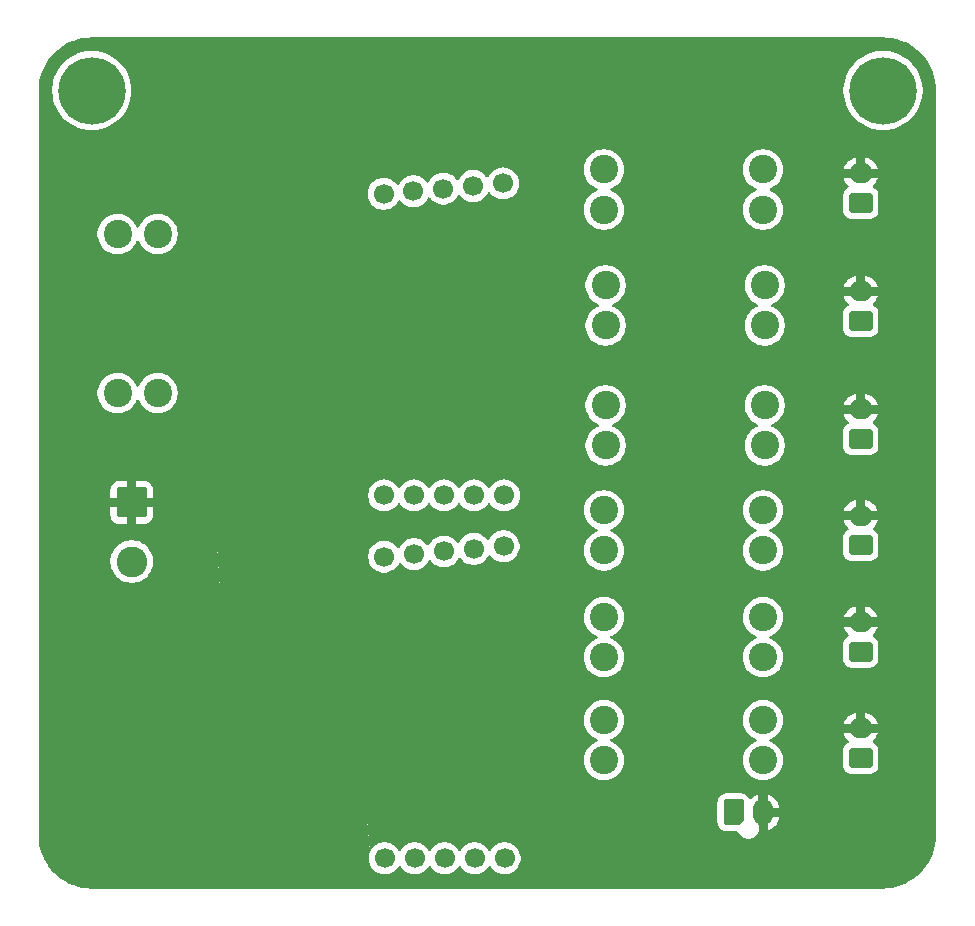
<source format=gbr>
%TF.GenerationSoftware,KiCad,Pcbnew,9.0.2*%
%TF.CreationDate,2025-06-04T19:58:56+07:00*%
%TF.ProjectId,PDM MOTHERBOARD,50444d20-4d4f-4544-9845-52424f415244,rev?*%
%TF.SameCoordinates,Original*%
%TF.FileFunction,Copper,L2,Bot*%
%TF.FilePolarity,Positive*%
%FSLAX46Y46*%
G04 Gerber Fmt 4.6, Leading zero omitted, Abs format (unit mm)*
G04 Created by KiCad (PCBNEW 9.0.2) date 2025-06-04 19:58:56*
%MOMM*%
%LPD*%
G01*
G04 APERTURE LIST*
G04 Aperture macros list*
%AMRoundRect*
0 Rectangle with rounded corners*
0 $1 Rounding radius*
0 $2 $3 $4 $5 $6 $7 $8 $9 X,Y pos of 4 corners*
0 Add a 4 corners polygon primitive as box body*
4,1,4,$2,$3,$4,$5,$6,$7,$8,$9,$2,$3,0*
0 Add four circle primitives for the rounded corners*
1,1,$1+$1,$2,$3*
1,1,$1+$1,$4,$5*
1,1,$1+$1,$6,$7*
1,1,$1+$1,$8,$9*
0 Add four rect primitives between the rounded corners*
20,1,$1+$1,$2,$3,$4,$5,0*
20,1,$1+$1,$4,$5,$6,$7,0*
20,1,$1+$1,$6,$7,$8,$9,0*
20,1,$1+$1,$8,$9,$2,$3,0*%
%AMRotRect*
0 Rectangle, with rotation*
0 The origin of the aperture is its center*
0 $1 length*
0 $2 width*
0 $3 Rotation angle, in degrees counterclockwise*
0 Add horizontal line*
21,1,$1,$2,0,0,$3*%
%AMFreePoly0*
4,1,22,0.945671,0.830970,1.026777,0.776777,1.080970,0.695671,1.100000,0.600000,1.100000,-0.600000,1.080970,-0.695671,1.026777,-0.776777,0.945671,-0.830970,0.850000,-0.850000,-0.596447,-0.850000,-0.692118,-0.830970,-0.773224,-0.776777,-1.026777,-0.523224,-1.080970,-0.442118,-1.100000,-0.346447,-1.100000,0.600000,-1.080970,0.695671,-1.026777,0.776777,-0.945671,0.830970,-0.850000,0.850000,
0.850000,0.850000,0.945671,0.830970,0.945671,0.830970,$1*%
G04 Aperture macros list end*
%TA.AperFunction,ComponentPad*%
%ADD10C,2.400000*%
%TD*%
%TA.AperFunction,ComponentPad*%
%ADD11RoundRect,0.250000X0.750000X-0.600000X0.750000X0.600000X-0.750000X0.600000X-0.750000X-0.600000X0*%
%TD*%
%TA.AperFunction,ComponentPad*%
%ADD12O,2.000000X1.700000*%
%TD*%
%TA.AperFunction,ComponentPad*%
%ADD13FreePoly0,90.000000*%
%TD*%
%TA.AperFunction,ComponentPad*%
%ADD14O,1.700000X2.200000*%
%TD*%
%TA.AperFunction,ComponentPad*%
%ADD15R,1.700000X1.700000*%
%TD*%
%TA.AperFunction,ComponentPad*%
%ADD16C,1.700000*%
%TD*%
%TA.AperFunction,ComponentPad*%
%ADD17RotRect,1.700000X1.700000X95.000000*%
%TD*%
%TA.AperFunction,ComponentPad*%
%ADD18C,3.600000*%
%TD*%
%TA.AperFunction,ConnectorPad*%
%ADD19C,5.700000*%
%TD*%
%TA.AperFunction,ComponentPad*%
%ADD20RoundRect,0.250000X-1.050000X1.050000X-1.050000X-1.050000X1.050000X-1.050000X1.050000X1.050000X0*%
%TD*%
%TA.AperFunction,ComponentPad*%
%ADD21C,2.600000*%
%TD*%
G04 APERTURE END LIST*
D10*
%TO.P,F2,1_1*%
%TO.N,3Vin*%
X121404000Y-36986000D03*
%TO.P,F2,1_2*%
X121404000Y-40386000D03*
%TO.P,F2,2_1*%
%TO.N,Net-(3v3out1-Pin_1)*%
X134874000Y-36986000D03*
%TO.P,F2,2_2*%
X134874000Y-40386000D03*
%TD*%
%TO.P,F7,1_1*%
%TO.N,12tobuck*%
X121265000Y-27178000D03*
%TO.P,F7,1_2*%
X121265000Y-30578000D03*
%TO.P,F7,2_1*%
%TO.N,Net-(12vout1-Pin_1)*%
X134735000Y-27178000D03*
%TO.P,F7,2_2*%
X134735000Y-30578000D03*
%TD*%
D11*
%TO.P,5out5,1,Pin_1*%
%TO.N,Net-(5out5-Pin_1)*%
X143000000Y-50000000D03*
D12*
%TO.P,5out5,2,Pin_2*%
%TO.N,GND*%
X143000000Y-47500000D03*
%TD*%
D13*
%TO.P,5out2,1,Pin_1*%
%TO.N,/5v_f3*%
X132239930Y-81608000D03*
D14*
%TO.P,5out2,2,Pin_2*%
%TO.N,GND*%
X134739930Y-81608000D03*
%TD*%
D11*
%TO.P,3v3out1,1,Pin_1*%
%TO.N,Net-(3v3out1-Pin_1)*%
X143002000Y-40000000D03*
D12*
%TO.P,3v3out1,2,Pin_2*%
%TO.N,GND*%
X143002000Y-37500000D03*
%TD*%
D10*
%TO.P,F9,1_1*%
%TO.N,Net-(12in1-Pin_2)*%
X80088000Y-46105000D03*
%TO.P,F9,1_2*%
X83488000Y-46105000D03*
%TO.P,F9,2_1*%
%TO.N,Net-(U1-D)*%
X80088000Y-32635000D03*
%TO.P,F9,2_2*%
X83488000Y-32635000D03*
%TD*%
D11*
%TO.P,5out4,1,Pin_1*%
%TO.N,Net-(5out4-Pin_1)*%
X143000000Y-68000000D03*
D12*
%TO.P,5out4,2,Pin_2*%
%TO.N,GND*%
X143000000Y-65500000D03*
%TD*%
D11*
%TO.P,5out3,1,Pin_1*%
%TO.N,/5v_f3*%
X143000000Y-77000000D03*
D12*
%TO.P,5out3,2,Pin_2*%
%TO.N,GND*%
X143000000Y-74500000D03*
%TD*%
D11*
%TO.P,12vout1,1,Pin_1*%
%TO.N,Net-(12vout1-Pin_1)*%
X143002000Y-30000000D03*
D12*
%TO.P,12vout1,2,Pin_2*%
%TO.N,GND*%
X143002000Y-27500000D03*
%TD*%
D15*
%TO.P,U2,1,GND*%
%TO.N,GND*%
X89952620Y-54775348D03*
D16*
%TO.P,U2,2,GND*%
X92492620Y-54775348D03*
%TO.P,U2,3,GND*%
X95032620Y-54775348D03*
%TO.P,U2,4,GND*%
X97572620Y-54775348D03*
%TO.P,U2,5,GND*%
X100112620Y-54775348D03*
%TO.P,U2,6,12VIN*%
%TO.N,12tobuck*%
X102652620Y-54775348D03*
%TO.P,U2,7,12VIN*%
X105192620Y-54775348D03*
%TO.P,U2,8,12VIN*%
X107732620Y-54775348D03*
%TO.P,U2,9,12VIN*%
X110272620Y-54775348D03*
%TO.P,U2,10,12VIN*%
X112812620Y-54775348D03*
D17*
%TO.P,U2,11,GND*%
%TO.N,GND*%
X89954662Y-30349502D03*
D16*
%TO.P,U2,12,GND*%
X92484997Y-30128126D03*
%TO.P,U2,13,GND*%
X95015331Y-29906751D03*
%TO.P,U2,14,GND*%
X97545666Y-29685375D03*
%TO.P,U2,15,GND*%
X100076000Y-29464000D03*
%TO.P,U2,16,3V3*%
%TO.N,3Vin*%
X102606335Y-29242624D03*
%TO.P,U2,17,3V3*%
X105136669Y-29021248D03*
%TO.P,U2,18,3V3*%
X107667004Y-28799873D03*
%TO.P,U2,19,3V3*%
X110197338Y-28578497D03*
%TO.P,U2,20,3V3*%
X112727673Y-28357122D03*
%TD*%
D10*
%TO.P,F5,1_1*%
%TO.N,5Vin*%
X121265000Y-65084753D03*
%TO.P,F5,1_2*%
X121265000Y-68484753D03*
%TO.P,F5,2_1*%
%TO.N,Net-(5out4-Pin_1)*%
X134735000Y-65084753D03*
%TO.P,F5,2_2*%
X134735000Y-68484753D03*
%TD*%
%TO.P,F8,1_1*%
%TO.N,5Vin*%
X121404000Y-47146000D03*
%TO.P,F8,1_2*%
X121404000Y-50546000D03*
%TO.P,F8,2_1*%
%TO.N,Net-(5out5-Pin_1)*%
X134874000Y-47146000D03*
%TO.P,F8,2_2*%
X134874000Y-50546000D03*
%TD*%
%TO.P,F6,1_1*%
%TO.N,5Vin*%
X121265000Y-73800000D03*
%TO.P,F6,1_2*%
X121265000Y-77200000D03*
%TO.P,F6,2_1*%
%TO.N,/5v_f3*%
X134735000Y-73800000D03*
%TO.P,F6,2_2*%
X134735000Y-77200000D03*
%TD*%
D18*
%TO.P,H2,1,1*%
%TO.N,GND*%
X77898000Y-83494000D03*
D19*
X77898000Y-83494000D03*
%TD*%
D18*
%TO.P,H3,1,1*%
%TO.N,N/C*%
X77898000Y-20494000D03*
D19*
X77898000Y-20494000D03*
%TD*%
D11*
%TO.P,5out1,1,Pin_1*%
%TO.N,Net-(5out1-Pin_1)*%
X143000000Y-59000000D03*
D12*
%TO.P,5out1,2,Pin_2*%
%TO.N,GND*%
X143000000Y-56500000D03*
%TD*%
D18*
%TO.P,H1,1,1*%
%TO.N,GND*%
X144898000Y-83494000D03*
D19*
X144898000Y-83494000D03*
%TD*%
D15*
%TO.P,U3,1,GND*%
%TO.N,GND*%
X90000947Y-85498626D03*
D16*
%TO.P,U3,2,GND*%
X92540947Y-85498626D03*
%TO.P,U3,3,GND*%
X95080947Y-85498626D03*
%TO.P,U3,4,GND*%
X97620947Y-85498626D03*
%TO.P,U3,5,GND*%
X100160947Y-85498626D03*
%TO.P,U3,6,12VIN*%
%TO.N,12tobuck*%
X102700947Y-85498626D03*
%TO.P,U3,7,12VIN*%
X105240947Y-85498626D03*
%TO.P,U3,8,12VIN*%
X107780947Y-85498626D03*
%TO.P,U3,9,12VIN*%
X110320947Y-85498626D03*
%TO.P,U3,10,12VIN*%
X112860947Y-85498626D03*
D17*
%TO.P,U3,11,GND*%
%TO.N,GND*%
X90002989Y-61072780D03*
D16*
%TO.P,U3,12,GND*%
X92533324Y-60851404D03*
%TO.P,U3,13,GND*%
X95063658Y-60630029D03*
%TO.P,U3,14,GND*%
X97593993Y-60408653D03*
%TO.P,U3,15,GND*%
X100124327Y-60187278D03*
%TO.P,U3,16,5V*%
%TO.N,5Vin*%
X102654662Y-59965902D03*
%TO.P,U3,17,5V*%
X105184996Y-59744526D03*
%TO.P,U3,18,5V*%
X107715331Y-59523151D03*
%TO.P,U3,19,5V*%
X110245665Y-59301775D03*
%TO.P,U3,20,5V*%
X112776000Y-59080400D03*
%TD*%
D10*
%TO.P,F4,1_1*%
%TO.N,5Vin*%
X121265000Y-56036000D03*
%TO.P,F4,1_2*%
X121265000Y-59436000D03*
%TO.P,F4,2_1*%
%TO.N,Net-(5out1-Pin_1)*%
X134735000Y-56036000D03*
%TO.P,F4,2_2*%
X134735000Y-59436000D03*
%TD*%
D18*
%TO.P,H4,1,1*%
%TO.N,N/C*%
X144898000Y-20494000D03*
D19*
X144898000Y-20494000D03*
%TD*%
D20*
%TO.P,12in1,1,Pin_1*%
%TO.N,GND*%
X81280000Y-55372000D03*
D21*
%TO.P,12in1,2,Pin_2*%
%TO.N,Net-(12in1-Pin_2)*%
X81280000Y-60372000D03*
%TD*%
%TA.AperFunction,Conductor*%
%TO.N,GND*%
G36*
X101759022Y-58951644D02*
G01*
X101624552Y-59086115D01*
X101499613Y-59258081D01*
X101403106Y-59447487D01*
X101337415Y-59649662D01*
X101304162Y-59859615D01*
X101304162Y-60072188D01*
X101337415Y-60282141D01*
X101403106Y-60484316D01*
X101499613Y-60673722D01*
X101624552Y-60845688D01*
X101774875Y-60996011D01*
X101946841Y-61120950D01*
X101946843Y-61120951D01*
X101946846Y-61120953D01*
X101982473Y-61139105D01*
X102206013Y-63327444D01*
X88813022Y-64008000D01*
X88494141Y-58921092D01*
X88392000Y-58928000D01*
X101655219Y-57935461D01*
X101759022Y-58951644D01*
G37*
%TD.AperFunction*%
%TD*%
%TA.AperFunction,Conductor*%
%TO.N,GND*%
G36*
X101452812Y-84973494D02*
G01*
X101449391Y-84980211D01*
X101383700Y-85182386D01*
X101350447Y-85392339D01*
X101350447Y-85604912D01*
X101383700Y-85814865D01*
X101449391Y-86017040D01*
X101545898Y-86206446D01*
X101584135Y-86259076D01*
X101715245Y-87542566D01*
X91424174Y-88065500D01*
X88312373Y-88065500D01*
X88003373Y-83136214D01*
X87901232Y-83143122D01*
X101164451Y-82150583D01*
X101452812Y-84973494D01*
G37*
%TD.AperFunction*%
%TD*%
%TA.AperFunction,Conductor*%
%TO.N,GND*%
G36*
X102179896Y-27961182D02*
G01*
X102087920Y-27991068D01*
X101898514Y-28087575D01*
X101726548Y-28212514D01*
X101576225Y-28362837D01*
X101451286Y-28534803D01*
X101354779Y-28724209D01*
X101289088Y-28926384D01*
X101255835Y-29136337D01*
X101255835Y-29348910D01*
X101289088Y-29558863D01*
X101354779Y-29761038D01*
X101451286Y-29950444D01*
X101576225Y-30122410D01*
X101726548Y-30272733D01*
X101898514Y-30397672D01*
X101898516Y-30397673D01*
X101898519Y-30397675D01*
X102087923Y-30494181D01*
X102290092Y-30559870D01*
X102447906Y-30584865D01*
X102574454Y-31823695D01*
X88170710Y-32555612D01*
X87851829Y-27468704D01*
X87749688Y-27475612D01*
X102021199Y-26407619D01*
X102179896Y-27961182D01*
G37*
%TD.AperFunction*%
%TD*%
%TA.AperFunction,Conductor*%
%TO.N,GND*%
G36*
X144901541Y-15994618D02*
G01*
X145285697Y-16011432D01*
X145296474Y-16012376D01*
X145675847Y-16062445D01*
X145686514Y-16064331D01*
X146060040Y-16147347D01*
X146070500Y-16150157D01*
X146435344Y-16265490D01*
X146445523Y-16269204D01*
X146798911Y-16415979D01*
X146808725Y-16420568D01*
X147147923Y-16597647D01*
X147157282Y-16603066D01*
X147479737Y-16809118D01*
X147488602Y-16815345D01*
X147678062Y-16961203D01*
X147791791Y-17048758D01*
X147800082Y-17055739D01*
X147930598Y-17175768D01*
X148081727Y-17314755D01*
X148089379Y-17322436D01*
X148347322Y-17605074D01*
X148354262Y-17613380D01*
X148496497Y-17799601D01*
X148586524Y-17917470D01*
X148592723Y-17926367D01*
X148797525Y-18249579D01*
X148802923Y-18258984D01*
X148978702Y-18598850D01*
X148983258Y-18608691D01*
X149128674Y-18962623D01*
X149132352Y-18972824D01*
X149246287Y-19338097D01*
X149249060Y-19348579D01*
X149252480Y-19364248D01*
X149328522Y-19712670D01*
X149330648Y-19722408D01*
X149332495Y-19733095D01*
X149381110Y-20112633D01*
X149382016Y-20123438D01*
X149397395Y-20508491D01*
X149397494Y-20513508D01*
X149397493Y-20513684D01*
X149397252Y-20577081D01*
X149397458Y-20577864D01*
X149397454Y-20586627D01*
X149397454Y-20586634D01*
X149359543Y-83491795D01*
X149359500Y-83492468D01*
X149359500Y-83563293D01*
X149359382Y-83568702D01*
X149342614Y-83952750D01*
X149341671Y-83963526D01*
X149291849Y-84341957D01*
X149289971Y-84352610D01*
X149207354Y-84725272D01*
X149204554Y-84735721D01*
X149089775Y-85099755D01*
X149086075Y-85109921D01*
X148940002Y-85462572D01*
X148935430Y-85472376D01*
X148759183Y-85810942D01*
X148753775Y-85820310D01*
X148548681Y-86142244D01*
X148542476Y-86151105D01*
X148310110Y-86453930D01*
X148303156Y-86462217D01*
X148045284Y-86743635D01*
X148037635Y-86751284D01*
X147756217Y-87009156D01*
X147747930Y-87016110D01*
X147445105Y-87248476D01*
X147436244Y-87254681D01*
X147114310Y-87459775D01*
X147104942Y-87465183D01*
X146766376Y-87641430D01*
X146756572Y-87646002D01*
X146403921Y-87792075D01*
X146393755Y-87795775D01*
X146029721Y-87910554D01*
X146019272Y-87913354D01*
X145646610Y-87995971D01*
X145635957Y-87997849D01*
X145257526Y-88047671D01*
X145246750Y-88048614D01*
X144862703Y-88065382D01*
X144857294Y-88065500D01*
X91424174Y-88065500D01*
X101715245Y-87542566D01*
X101584135Y-86259076D01*
X101670837Y-86378412D01*
X101821160Y-86528735D01*
X101993126Y-86653674D01*
X101993128Y-86653675D01*
X101993131Y-86653677D01*
X102182535Y-86750183D01*
X102384704Y-86815872D01*
X102594660Y-86849126D01*
X102594661Y-86849126D01*
X102807233Y-86849126D01*
X102807234Y-86849126D01*
X103017190Y-86815872D01*
X103219359Y-86750183D01*
X103408763Y-86653677D01*
X103495422Y-86590716D01*
X103580733Y-86528735D01*
X103580735Y-86528732D01*
X103580739Y-86528730D01*
X103731051Y-86378418D01*
X103731053Y-86378414D01*
X103731056Y-86378412D01*
X103855995Y-86206446D01*
X103855997Y-86206443D01*
X103855998Y-86206442D01*
X103860461Y-86197680D01*
X103908435Y-86146885D01*
X103976255Y-86130089D01*
X104042391Y-86152625D01*
X104081433Y-86197682D01*
X104085898Y-86206446D01*
X104210837Y-86378412D01*
X104361160Y-86528735D01*
X104533126Y-86653674D01*
X104533128Y-86653675D01*
X104533131Y-86653677D01*
X104722535Y-86750183D01*
X104924704Y-86815872D01*
X105134660Y-86849126D01*
X105134661Y-86849126D01*
X105347233Y-86849126D01*
X105347234Y-86849126D01*
X105557190Y-86815872D01*
X105759359Y-86750183D01*
X105948763Y-86653677D01*
X106035422Y-86590716D01*
X106120733Y-86528735D01*
X106120735Y-86528732D01*
X106120739Y-86528730D01*
X106271051Y-86378418D01*
X106271053Y-86378414D01*
X106271056Y-86378412D01*
X106395995Y-86206446D01*
X106395997Y-86206443D01*
X106395998Y-86206442D01*
X106400461Y-86197680D01*
X106448435Y-86146885D01*
X106516255Y-86130089D01*
X106582391Y-86152625D01*
X106621433Y-86197682D01*
X106625898Y-86206446D01*
X106750837Y-86378412D01*
X106901160Y-86528735D01*
X107073126Y-86653674D01*
X107073128Y-86653675D01*
X107073131Y-86653677D01*
X107262535Y-86750183D01*
X107464704Y-86815872D01*
X107674660Y-86849126D01*
X107674661Y-86849126D01*
X107887233Y-86849126D01*
X107887234Y-86849126D01*
X108097190Y-86815872D01*
X108299359Y-86750183D01*
X108488763Y-86653677D01*
X108575422Y-86590716D01*
X108660733Y-86528735D01*
X108660735Y-86528732D01*
X108660739Y-86528730D01*
X108811051Y-86378418D01*
X108811053Y-86378414D01*
X108811056Y-86378412D01*
X108935995Y-86206446D01*
X108935997Y-86206443D01*
X108935998Y-86206442D01*
X108940461Y-86197680D01*
X108988435Y-86146885D01*
X109056255Y-86130089D01*
X109122391Y-86152625D01*
X109161433Y-86197682D01*
X109165898Y-86206446D01*
X109290837Y-86378412D01*
X109441160Y-86528735D01*
X109613126Y-86653674D01*
X109613128Y-86653675D01*
X109613131Y-86653677D01*
X109802535Y-86750183D01*
X110004704Y-86815872D01*
X110214660Y-86849126D01*
X110214661Y-86849126D01*
X110427233Y-86849126D01*
X110427234Y-86849126D01*
X110637190Y-86815872D01*
X110839359Y-86750183D01*
X111028763Y-86653677D01*
X111115422Y-86590716D01*
X111200733Y-86528735D01*
X111200735Y-86528732D01*
X111200739Y-86528730D01*
X111351051Y-86378418D01*
X111351053Y-86378414D01*
X111351056Y-86378412D01*
X111475995Y-86206446D01*
X111475997Y-86206443D01*
X111475998Y-86206442D01*
X111480461Y-86197680D01*
X111528435Y-86146885D01*
X111596255Y-86130089D01*
X111662391Y-86152625D01*
X111701433Y-86197682D01*
X111705898Y-86206446D01*
X111830837Y-86378412D01*
X111981160Y-86528735D01*
X112153126Y-86653674D01*
X112153128Y-86653675D01*
X112153131Y-86653677D01*
X112342535Y-86750183D01*
X112544704Y-86815872D01*
X112754660Y-86849126D01*
X112754661Y-86849126D01*
X112967233Y-86849126D01*
X112967234Y-86849126D01*
X113177190Y-86815872D01*
X113379359Y-86750183D01*
X113568763Y-86653677D01*
X113655422Y-86590716D01*
X113740733Y-86528735D01*
X113740735Y-86528732D01*
X113740739Y-86528730D01*
X113891051Y-86378418D01*
X113891053Y-86378414D01*
X113891056Y-86378412D01*
X114015995Y-86206446D01*
X114015997Y-86206443D01*
X114015998Y-86206442D01*
X114112504Y-86017038D01*
X114178193Y-85814869D01*
X114211447Y-85604913D01*
X114211447Y-85392339D01*
X114178193Y-85182383D01*
X114112504Y-84980214D01*
X114015998Y-84790810D01*
X114015996Y-84790807D01*
X114015995Y-84790805D01*
X113891056Y-84618839D01*
X113740733Y-84468516D01*
X113568767Y-84343577D01*
X113379361Y-84247070D01*
X113379360Y-84247069D01*
X113379359Y-84247069D01*
X113177190Y-84181380D01*
X113177188Y-84181379D01*
X113177187Y-84181379D01*
X113015904Y-84155834D01*
X112967234Y-84148126D01*
X112754660Y-84148126D01*
X112705989Y-84155834D01*
X112544707Y-84181379D01*
X112342532Y-84247070D01*
X112153126Y-84343577D01*
X111981160Y-84468516D01*
X111830837Y-84618839D01*
X111705896Y-84790808D01*
X111701431Y-84799572D01*
X111653456Y-84850368D01*
X111585635Y-84867162D01*
X111519500Y-84844624D01*
X111480463Y-84799572D01*
X111475997Y-84790808D01*
X111351056Y-84618839D01*
X111200733Y-84468516D01*
X111028767Y-84343577D01*
X110839361Y-84247070D01*
X110839360Y-84247069D01*
X110839359Y-84247069D01*
X110637190Y-84181380D01*
X110637188Y-84181379D01*
X110637187Y-84181379D01*
X110475904Y-84155834D01*
X110427234Y-84148126D01*
X110214660Y-84148126D01*
X110165989Y-84155834D01*
X110004707Y-84181379D01*
X109802532Y-84247070D01*
X109613126Y-84343577D01*
X109441160Y-84468516D01*
X109290837Y-84618839D01*
X109165896Y-84790808D01*
X109161431Y-84799572D01*
X109113456Y-84850368D01*
X109045635Y-84867162D01*
X108979500Y-84844624D01*
X108940463Y-84799572D01*
X108935997Y-84790808D01*
X108811056Y-84618839D01*
X108660733Y-84468516D01*
X108488767Y-84343577D01*
X108299361Y-84247070D01*
X108299360Y-84247069D01*
X108299359Y-84247069D01*
X108097190Y-84181380D01*
X108097188Y-84181379D01*
X108097187Y-84181379D01*
X107935904Y-84155834D01*
X107887234Y-84148126D01*
X107674660Y-84148126D01*
X107625989Y-84155834D01*
X107464707Y-84181379D01*
X107262532Y-84247070D01*
X107073126Y-84343577D01*
X106901160Y-84468516D01*
X106750837Y-84618839D01*
X106625896Y-84790808D01*
X106621431Y-84799572D01*
X106573456Y-84850368D01*
X106505635Y-84867162D01*
X106439500Y-84844624D01*
X106400463Y-84799572D01*
X106395997Y-84790808D01*
X106271056Y-84618839D01*
X106120733Y-84468516D01*
X105948767Y-84343577D01*
X105759361Y-84247070D01*
X105759360Y-84247069D01*
X105759359Y-84247069D01*
X105557190Y-84181380D01*
X105557188Y-84181379D01*
X105557187Y-84181379D01*
X105395904Y-84155834D01*
X105347234Y-84148126D01*
X105134660Y-84148126D01*
X105085989Y-84155834D01*
X104924707Y-84181379D01*
X104722532Y-84247070D01*
X104533126Y-84343577D01*
X104361160Y-84468516D01*
X104210837Y-84618839D01*
X104085896Y-84790808D01*
X104081431Y-84799572D01*
X104033456Y-84850368D01*
X103965635Y-84867162D01*
X103899500Y-84844624D01*
X103860463Y-84799572D01*
X103855997Y-84790808D01*
X103731056Y-84618839D01*
X103580733Y-84468516D01*
X103408767Y-84343577D01*
X103219361Y-84247070D01*
X103219360Y-84247069D01*
X103219359Y-84247069D01*
X103017190Y-84181380D01*
X103017188Y-84181379D01*
X103017187Y-84181379D01*
X102855904Y-84155834D01*
X102807234Y-84148126D01*
X102594660Y-84148126D01*
X102545989Y-84155834D01*
X102384707Y-84181379D01*
X102182532Y-84247070D01*
X101993126Y-84343577D01*
X101821160Y-84468516D01*
X101670837Y-84618839D01*
X101545897Y-84790806D01*
X101535413Y-84811382D01*
X101487436Y-84862176D01*
X101442576Y-84873283D01*
X101164451Y-82150583D01*
X87901232Y-83143122D01*
X88003373Y-83136214D01*
X88312373Y-88065500D01*
X77900706Y-88065500D01*
X77895297Y-88065382D01*
X77511249Y-88048614D01*
X77500473Y-88047671D01*
X77122042Y-87997849D01*
X77111389Y-87995971D01*
X76738727Y-87913354D01*
X76728278Y-87910554D01*
X76364244Y-87795775D01*
X76354078Y-87792075D01*
X76001427Y-87646002D01*
X75991623Y-87641430D01*
X75653057Y-87465183D01*
X75643689Y-87459775D01*
X75321755Y-87254681D01*
X75312894Y-87248476D01*
X75010069Y-87016110D01*
X75001782Y-87009156D01*
X74720364Y-86751284D01*
X74712715Y-86743635D01*
X74454843Y-86462217D01*
X74447889Y-86453930D01*
X74215523Y-86151105D01*
X74209318Y-86142244D01*
X74159670Y-86064312D01*
X74004223Y-85820309D01*
X73998816Y-85810942D01*
X73870501Y-85564452D01*
X73822566Y-85472369D01*
X73817997Y-85462572D01*
X73752991Y-85305633D01*
X73671920Y-85109911D01*
X73668224Y-85099755D01*
X73553442Y-84735710D01*
X73550649Y-84725290D01*
X73468025Y-84352597D01*
X73466152Y-84341971D01*
X73416326Y-83963506D01*
X73415386Y-83952771D01*
X73398618Y-83568702D01*
X73398500Y-83563293D01*
X73398500Y-80758002D01*
X130879430Y-80758002D01*
X130879430Y-82457997D01*
X130889142Y-82556616D01*
X130908554Y-82654206D01*
X130908559Y-82654228D01*
X130916499Y-82685334D01*
X130921936Y-82706634D01*
X130984033Y-82836424D01*
X130984034Y-82836426D01*
X130984035Y-82836427D01*
X131018312Y-82887727D01*
X131039310Y-82919152D01*
X131071739Y-82962473D01*
X131178778Y-83058620D01*
X131254318Y-83109094D01*
X131261506Y-83113897D01*
X131308042Y-83141508D01*
X131308043Y-83141509D01*
X131443719Y-83189374D01*
X131443721Y-83189374D01*
X131443726Y-83189376D01*
X131541310Y-83208787D01*
X131639930Y-83218500D01*
X131639932Y-83218500D01*
X132544426Y-83218500D01*
X132611465Y-83238185D01*
X132657220Y-83290989D01*
X132658987Y-83295047D01*
X132691915Y-83374544D01*
X132790465Y-83522034D01*
X132790468Y-83522038D01*
X132915891Y-83647461D01*
X132915895Y-83647464D01*
X133063376Y-83746009D01*
X133063389Y-83746016D01*
X133178033Y-83793502D01*
X133227264Y-83813894D01*
X133227266Y-83813894D01*
X133227271Y-83813896D01*
X133401234Y-83848499D01*
X133401237Y-83848500D01*
X133401239Y-83848500D01*
X133578623Y-83848500D01*
X133578624Y-83848499D01*
X133636612Y-83836964D01*
X133752588Y-83813896D01*
X133752591Y-83813894D01*
X133752596Y-83813894D01*
X133916477Y-83746013D01*
X134063965Y-83647464D01*
X134189394Y-83522035D01*
X134287943Y-83374547D01*
X134355824Y-83210666D01*
X134360060Y-83189374D01*
X134378894Y-83094682D01*
X134390430Y-83036691D01*
X134390430Y-82859309D01*
X134390430Y-82859306D01*
X134390429Y-82859304D01*
X134355826Y-82685341D01*
X134355824Y-82685338D01*
X134355824Y-82685334D01*
X134349367Y-82669746D01*
X134339930Y-82622298D01*
X134339930Y-82056527D01*
X134371522Y-82088119D01*
X134508339Y-82167111D01*
X134660939Y-82208000D01*
X134818921Y-82208000D01*
X134971521Y-82167111D01*
X135108338Y-82088119D01*
X135139930Y-82056527D01*
X135139930Y-83147505D01*
X135258144Y-83109096D01*
X135258150Y-83109094D01*
X135447487Y-83012620D01*
X135619389Y-82887727D01*
X135619394Y-82887723D01*
X135769653Y-82737464D01*
X135769657Y-82737459D01*
X135894550Y-82565557D01*
X135991025Y-82376217D01*
X136056687Y-82174127D01*
X136083000Y-82008000D01*
X135188457Y-82008000D01*
X135220049Y-81976408D01*
X135299041Y-81839591D01*
X135339930Y-81686991D01*
X135339930Y-81529009D01*
X135299041Y-81376409D01*
X135220049Y-81239592D01*
X135188457Y-81208000D01*
X136083000Y-81208000D01*
X136056687Y-81041872D01*
X135991025Y-80839782D01*
X135894550Y-80650442D01*
X135769657Y-80478540D01*
X135769653Y-80478535D01*
X135619394Y-80328276D01*
X135619389Y-80328272D01*
X135447487Y-80203379D01*
X135258152Y-80106907D01*
X135139930Y-80068494D01*
X135139930Y-81159473D01*
X135108338Y-81127881D01*
X134971521Y-81048889D01*
X134818921Y-81008000D01*
X134660939Y-81008000D01*
X134508339Y-81048889D01*
X134371522Y-81127881D01*
X134339930Y-81159473D01*
X134339930Y-80068494D01*
X134339929Y-80068494D01*
X134221707Y-80106907D01*
X134032372Y-80203379D01*
X133860471Y-80328271D01*
X133721136Y-80467606D01*
X133659813Y-80501090D01*
X133590121Y-80496106D01*
X133534188Y-80454234D01*
X133521599Y-80433442D01*
X133495827Y-80379576D01*
X133495825Y-80379573D01*
X133440554Y-80296854D01*
X133440544Y-80296840D01*
X133408121Y-80253527D01*
X133301082Y-80157380D01*
X133218354Y-80102103D01*
X133218353Y-80102102D01*
X133171817Y-80074491D01*
X133171816Y-80074490D01*
X133036140Y-80026625D01*
X133036134Y-80026624D01*
X132987995Y-80017048D01*
X132938546Y-80007212D01*
X132864118Y-79999882D01*
X132839930Y-79997500D01*
X131639930Y-79997500D01*
X131618383Y-79999622D01*
X131541313Y-80007212D01*
X131443723Y-80026624D01*
X131443701Y-80026629D01*
X131391301Y-80040004D01*
X131391297Y-80040005D01*
X131261502Y-80102105D01*
X131178784Y-80157375D01*
X131178770Y-80157385D01*
X131135457Y-80189809D01*
X131039307Y-80296851D01*
X131039307Y-80296852D01*
X130984032Y-80379576D01*
X130956421Y-80426112D01*
X130956420Y-80426113D01*
X130908555Y-80561789D01*
X130908554Y-80561796D01*
X130889142Y-80659383D01*
X130879430Y-80758002D01*
X73398500Y-80758002D01*
X73398500Y-73688549D01*
X119564500Y-73688549D01*
X119564500Y-73911450D01*
X119564501Y-73911466D01*
X119593594Y-74132452D01*
X119593595Y-74132457D01*
X119593596Y-74132463D01*
X119593597Y-74132465D01*
X119651290Y-74347780D01*
X119651293Y-74347790D01*
X119736593Y-74553722D01*
X119736595Y-74553726D01*
X119848052Y-74746774D01*
X119848057Y-74746780D01*
X119848058Y-74746782D01*
X119983751Y-74923622D01*
X119983757Y-74923629D01*
X120141370Y-75081242D01*
X120141376Y-75081247D01*
X120318226Y-75216948D01*
X120511274Y-75328405D01*
X120548199Y-75343699D01*
X120648965Y-75385439D01*
X120703368Y-75429280D01*
X120725433Y-75495574D01*
X120708154Y-75563274D01*
X120657016Y-75610884D01*
X120648965Y-75614561D01*
X120511277Y-75671593D01*
X120511273Y-75671595D01*
X120318226Y-75783052D01*
X120318217Y-75783058D01*
X120141377Y-75918751D01*
X120141370Y-75918757D01*
X119983757Y-76076370D01*
X119983751Y-76076377D01*
X119848058Y-76253217D01*
X119848052Y-76253226D01*
X119736595Y-76446273D01*
X119736593Y-76446277D01*
X119651293Y-76652209D01*
X119651290Y-76652219D01*
X119593597Y-76867534D01*
X119593594Y-76867547D01*
X119564501Y-77088533D01*
X119564500Y-77088549D01*
X119564500Y-77311450D01*
X119564501Y-77311466D01*
X119593594Y-77532452D01*
X119593595Y-77532457D01*
X119593596Y-77532463D01*
X119625094Y-77650016D01*
X119651290Y-77747780D01*
X119651293Y-77747790D01*
X119722348Y-77919331D01*
X119736595Y-77953726D01*
X119848052Y-78146774D01*
X119848057Y-78146780D01*
X119848058Y-78146782D01*
X119983751Y-78323622D01*
X119983757Y-78323629D01*
X120141370Y-78481242D01*
X120141376Y-78481247D01*
X120318226Y-78616948D01*
X120511274Y-78728405D01*
X120717219Y-78813710D01*
X120932537Y-78871404D01*
X121153543Y-78900500D01*
X121153550Y-78900500D01*
X121376450Y-78900500D01*
X121376457Y-78900500D01*
X121597463Y-78871404D01*
X121812781Y-78813710D01*
X122018726Y-78728405D01*
X122211774Y-78616948D01*
X122388624Y-78481247D01*
X122546247Y-78323624D01*
X122681948Y-78146774D01*
X122793405Y-77953726D01*
X122878710Y-77747781D01*
X122936404Y-77532463D01*
X122965500Y-77311457D01*
X122965500Y-77088543D01*
X122936404Y-76867537D01*
X122878710Y-76652219D01*
X122793405Y-76446274D01*
X122681948Y-76253226D01*
X122642867Y-76202294D01*
X122546248Y-76076377D01*
X122546242Y-76076370D01*
X122388629Y-75918757D01*
X122388622Y-75918751D01*
X122211782Y-75783058D01*
X122211780Y-75783057D01*
X122211774Y-75783052D01*
X122018726Y-75671595D01*
X122018722Y-75671593D01*
X121881034Y-75614561D01*
X121826631Y-75570720D01*
X121804566Y-75504426D01*
X121821845Y-75436727D01*
X121872982Y-75389116D01*
X121881034Y-75385439D01*
X121918768Y-75369808D01*
X122018726Y-75328405D01*
X122211774Y-75216948D01*
X122388624Y-75081247D01*
X122546247Y-74923624D01*
X122681948Y-74746774D01*
X122793405Y-74553726D01*
X122878710Y-74347781D01*
X122936404Y-74132463D01*
X122965500Y-73911457D01*
X122965500Y-73688549D01*
X133034500Y-73688549D01*
X133034500Y-73911450D01*
X133034501Y-73911466D01*
X133063594Y-74132452D01*
X133063595Y-74132457D01*
X133063596Y-74132463D01*
X133063597Y-74132465D01*
X133121290Y-74347780D01*
X133121293Y-74347790D01*
X133206593Y-74553722D01*
X133206595Y-74553726D01*
X133318052Y-74746774D01*
X133318057Y-74746780D01*
X133318058Y-74746782D01*
X133453751Y-74923622D01*
X133453757Y-74923629D01*
X133611370Y-75081242D01*
X133611376Y-75081247D01*
X133788226Y-75216948D01*
X133981274Y-75328405D01*
X134018199Y-75343699D01*
X134118965Y-75385439D01*
X134173368Y-75429280D01*
X134195433Y-75495574D01*
X134178154Y-75563274D01*
X134127016Y-75610884D01*
X134118965Y-75614561D01*
X133981277Y-75671593D01*
X133981273Y-75671595D01*
X133788226Y-75783052D01*
X133788217Y-75783058D01*
X133611377Y-75918751D01*
X133611370Y-75918757D01*
X133453757Y-76076370D01*
X133453751Y-76076377D01*
X133318058Y-76253217D01*
X133318052Y-76253226D01*
X133206595Y-76446273D01*
X133206593Y-76446277D01*
X133121293Y-76652209D01*
X133121290Y-76652219D01*
X133063597Y-76867534D01*
X133063594Y-76867547D01*
X133034501Y-77088533D01*
X133034500Y-77088549D01*
X133034500Y-77311450D01*
X133034501Y-77311466D01*
X133063594Y-77532452D01*
X133063595Y-77532457D01*
X133063596Y-77532463D01*
X133095094Y-77650016D01*
X133121290Y-77747780D01*
X133121293Y-77747790D01*
X133192348Y-77919331D01*
X133206595Y-77953726D01*
X133318052Y-78146774D01*
X133318057Y-78146780D01*
X133318058Y-78146782D01*
X133453751Y-78323622D01*
X133453757Y-78323629D01*
X133611370Y-78481242D01*
X133611376Y-78481247D01*
X133788226Y-78616948D01*
X133981274Y-78728405D01*
X134187219Y-78813710D01*
X134402537Y-78871404D01*
X134623543Y-78900500D01*
X134623550Y-78900500D01*
X134846450Y-78900500D01*
X134846457Y-78900500D01*
X135067463Y-78871404D01*
X135282781Y-78813710D01*
X135488726Y-78728405D01*
X135681774Y-78616948D01*
X135858624Y-78481247D01*
X136016247Y-78323624D01*
X136151948Y-78146774D01*
X136263405Y-77953726D01*
X136348710Y-77747781D01*
X136406404Y-77532463D01*
X136435500Y-77311457D01*
X136435500Y-77088543D01*
X136406404Y-76867537D01*
X136348710Y-76652219D01*
X136263405Y-76446274D01*
X136263402Y-76446270D01*
X136263399Y-76446262D01*
X136241790Y-76408835D01*
X136241789Y-76408834D01*
X136207811Y-76349983D01*
X141499500Y-76349983D01*
X141499500Y-77650001D01*
X141499501Y-77650018D01*
X141510000Y-77752796D01*
X141510001Y-77752799D01*
X141565185Y-77919331D01*
X141565187Y-77919336D01*
X141586399Y-77953726D01*
X141657288Y-78068656D01*
X141781344Y-78192712D01*
X141930666Y-78284814D01*
X142097203Y-78339999D01*
X142199991Y-78350500D01*
X143800008Y-78350499D01*
X143902797Y-78339999D01*
X144069334Y-78284814D01*
X144218656Y-78192712D01*
X144342712Y-78068656D01*
X144434814Y-77919334D01*
X144489999Y-77752797D01*
X144500500Y-77650009D01*
X144500499Y-76349992D01*
X144489999Y-76247203D01*
X144434814Y-76080666D01*
X144342712Y-75931344D01*
X144218656Y-75807288D01*
X144069334Y-75715186D01*
X144069332Y-75715185D01*
X144063440Y-75711551D01*
X144016716Y-75659603D01*
X144005493Y-75590641D01*
X144033337Y-75526558D01*
X144040856Y-75518330D01*
X144179728Y-75379458D01*
X144304620Y-75207557D01*
X144401092Y-75018222D01*
X144439506Y-74900000D01*
X143307106Y-74900000D01*
X143400099Y-74807007D01*
X143465925Y-74692993D01*
X143500000Y-74565826D01*
X143500000Y-74434174D01*
X143465925Y-74307007D01*
X143400099Y-74192993D01*
X143307106Y-74100000D01*
X143400000Y-74100000D01*
X144439506Y-74100000D01*
X144439505Y-74099999D01*
X144401092Y-73981777D01*
X144304620Y-73792442D01*
X144179727Y-73620540D01*
X144179723Y-73620535D01*
X144029464Y-73470276D01*
X144029459Y-73470272D01*
X143857557Y-73345379D01*
X143668215Y-73248903D01*
X143466124Y-73183241D01*
X143400000Y-73172768D01*
X143400000Y-74100000D01*
X143307106Y-74100000D01*
X143307007Y-74099901D01*
X143192993Y-74034075D01*
X143065826Y-74000000D01*
X142934174Y-74000000D01*
X142807007Y-74034075D01*
X142692993Y-74099901D01*
X142599901Y-74192993D01*
X142534075Y-74307007D01*
X142500000Y-74434174D01*
X142500000Y-74565826D01*
X142534075Y-74692993D01*
X142599901Y-74807007D01*
X142692894Y-74900000D01*
X141560494Y-74900000D01*
X141598907Y-75018222D01*
X141695379Y-75207557D01*
X141820272Y-75379459D01*
X141820276Y-75379464D01*
X141959143Y-75518331D01*
X141992628Y-75579654D01*
X141987644Y-75649346D01*
X141945772Y-75705279D01*
X141936559Y-75711551D01*
X141781342Y-75807289D01*
X141657289Y-75931342D01*
X141565187Y-76080663D01*
X141565186Y-76080666D01*
X141510001Y-76247203D01*
X141510001Y-76247204D01*
X141510000Y-76247204D01*
X141499500Y-76349983D01*
X136207811Y-76349983D01*
X136151952Y-76253233D01*
X136151948Y-76253226D01*
X136112867Y-76202294D01*
X136016248Y-76076377D01*
X136016242Y-76076370D01*
X135858629Y-75918757D01*
X135858622Y-75918751D01*
X135681782Y-75783058D01*
X135681780Y-75783057D01*
X135681774Y-75783052D01*
X135488726Y-75671595D01*
X135488722Y-75671593D01*
X135351034Y-75614561D01*
X135296631Y-75570720D01*
X135274566Y-75504426D01*
X135291845Y-75436727D01*
X135342982Y-75389116D01*
X135351034Y-75385439D01*
X135388768Y-75369808D01*
X135488726Y-75328405D01*
X135681774Y-75216948D01*
X135858624Y-75081247D01*
X136016247Y-74923624D01*
X136151948Y-74746774D01*
X136263405Y-74553726D01*
X136348710Y-74347781D01*
X136406404Y-74132463D01*
X136410678Y-74099999D01*
X141560494Y-74099999D01*
X141560494Y-74100000D01*
X142600000Y-74100000D01*
X142600000Y-73172768D01*
X142599999Y-73172768D01*
X142533875Y-73183241D01*
X142331784Y-73248903D01*
X142142442Y-73345379D01*
X141970540Y-73470272D01*
X141970535Y-73470276D01*
X141820276Y-73620535D01*
X141820272Y-73620540D01*
X141695379Y-73792442D01*
X141598907Y-73981777D01*
X141560494Y-74099999D01*
X136410678Y-74099999D01*
X136435500Y-73911457D01*
X136435500Y-73688543D01*
X136406404Y-73467537D01*
X136348710Y-73252219D01*
X136347336Y-73248903D01*
X136263406Y-73046277D01*
X136263405Y-73046274D01*
X136151948Y-72853226D01*
X136016247Y-72676376D01*
X136016242Y-72676370D01*
X135858629Y-72518757D01*
X135858622Y-72518751D01*
X135681782Y-72383058D01*
X135681780Y-72383057D01*
X135681774Y-72383052D01*
X135488726Y-72271595D01*
X135488722Y-72271593D01*
X135282790Y-72186293D01*
X135282783Y-72186291D01*
X135282781Y-72186290D01*
X135067463Y-72128596D01*
X135067457Y-72128595D01*
X135067452Y-72128594D01*
X134846466Y-72099501D01*
X134846463Y-72099500D01*
X134846457Y-72099500D01*
X134623543Y-72099500D01*
X134623537Y-72099500D01*
X134623533Y-72099501D01*
X134402547Y-72128594D01*
X134402540Y-72128595D01*
X134402537Y-72128596D01*
X134187219Y-72186290D01*
X134187209Y-72186293D01*
X133981277Y-72271593D01*
X133981273Y-72271595D01*
X133788226Y-72383052D01*
X133788217Y-72383058D01*
X133611377Y-72518751D01*
X133611370Y-72518757D01*
X133453757Y-72676370D01*
X133453751Y-72676377D01*
X133318058Y-72853217D01*
X133318052Y-72853226D01*
X133206595Y-73046273D01*
X133206593Y-73046277D01*
X133121293Y-73252209D01*
X133121290Y-73252219D01*
X133063597Y-73467534D01*
X133063594Y-73467547D01*
X133034501Y-73688533D01*
X133034500Y-73688549D01*
X122965500Y-73688549D01*
X122965500Y-73688543D01*
X122936404Y-73467537D01*
X122878710Y-73252219D01*
X122877336Y-73248903D01*
X122793406Y-73046277D01*
X122793405Y-73046274D01*
X122681948Y-72853226D01*
X122546247Y-72676376D01*
X122546242Y-72676370D01*
X122388629Y-72518757D01*
X122388622Y-72518751D01*
X122211782Y-72383058D01*
X122211780Y-72383057D01*
X122211774Y-72383052D01*
X122018726Y-72271595D01*
X122018722Y-72271593D01*
X121812790Y-72186293D01*
X121812783Y-72186291D01*
X121812781Y-72186290D01*
X121597463Y-72128596D01*
X121597457Y-72128595D01*
X121597452Y-72128594D01*
X121376466Y-72099501D01*
X121376463Y-72099500D01*
X121376457Y-72099500D01*
X121153543Y-72099500D01*
X121153537Y-72099500D01*
X121153533Y-72099501D01*
X120932547Y-72128594D01*
X120932540Y-72128595D01*
X120932537Y-72128596D01*
X120717219Y-72186290D01*
X120717209Y-72186293D01*
X120511277Y-72271593D01*
X120511273Y-72271595D01*
X120318226Y-72383052D01*
X120318217Y-72383058D01*
X120141377Y-72518751D01*
X120141370Y-72518757D01*
X119983757Y-72676370D01*
X119983751Y-72676377D01*
X119848058Y-72853217D01*
X119848052Y-72853226D01*
X119736595Y-73046273D01*
X119736593Y-73046277D01*
X119651293Y-73252209D01*
X119651290Y-73252219D01*
X119593597Y-73467534D01*
X119593594Y-73467547D01*
X119564501Y-73688533D01*
X119564500Y-73688549D01*
X73398500Y-73688549D01*
X73398500Y-64973302D01*
X119564500Y-64973302D01*
X119564500Y-65196203D01*
X119564501Y-65196219D01*
X119593594Y-65417205D01*
X119593595Y-65417210D01*
X119593596Y-65417216D01*
X119593597Y-65417218D01*
X119651290Y-65632533D01*
X119651293Y-65632543D01*
X119723559Y-65807007D01*
X119736595Y-65838479D01*
X119848052Y-66031527D01*
X119848057Y-66031533D01*
X119848058Y-66031535D01*
X119983751Y-66208375D01*
X119983757Y-66208382D01*
X120141370Y-66365995D01*
X120141377Y-66366001D01*
X120267294Y-66462620D01*
X120318226Y-66501701D01*
X120511274Y-66613158D01*
X120548199Y-66628452D01*
X120648965Y-66670192D01*
X120703368Y-66714033D01*
X120725433Y-66780327D01*
X120708154Y-66848027D01*
X120657016Y-66895637D01*
X120648965Y-66899314D01*
X120511277Y-66956346D01*
X120511273Y-66956348D01*
X120318226Y-67067805D01*
X120318217Y-67067811D01*
X120141377Y-67203504D01*
X120141370Y-67203510D01*
X119983757Y-67361123D01*
X119983751Y-67361130D01*
X119848058Y-67537970D01*
X119848052Y-67537979D01*
X119736595Y-67731026D01*
X119736593Y-67731030D01*
X119651293Y-67936962D01*
X119651290Y-67936972D01*
X119593597Y-68152287D01*
X119593594Y-68152300D01*
X119564501Y-68373286D01*
X119564500Y-68373302D01*
X119564500Y-68596203D01*
X119564501Y-68596219D01*
X119593594Y-68817205D01*
X119593595Y-68817210D01*
X119593596Y-68817216D01*
X119620959Y-68919336D01*
X119651290Y-69032533D01*
X119651293Y-69032543D01*
X119736593Y-69238475D01*
X119736595Y-69238479D01*
X119848052Y-69431527D01*
X119848057Y-69431533D01*
X119848058Y-69431535D01*
X119983751Y-69608375D01*
X119983757Y-69608382D01*
X120141370Y-69765995D01*
X120141376Y-69766000D01*
X120318226Y-69901701D01*
X120511274Y-70013158D01*
X120717219Y-70098463D01*
X120932537Y-70156157D01*
X121153543Y-70185253D01*
X121153550Y-70185253D01*
X121376450Y-70185253D01*
X121376457Y-70185253D01*
X121597463Y-70156157D01*
X121812781Y-70098463D01*
X122018726Y-70013158D01*
X122211774Y-69901701D01*
X122388624Y-69766000D01*
X122546247Y-69608377D01*
X122681948Y-69431527D01*
X122793405Y-69238479D01*
X122878710Y-69032534D01*
X122936404Y-68817216D01*
X122965500Y-68596210D01*
X122965500Y-68373296D01*
X122936404Y-68152290D01*
X122878710Y-67936972D01*
X122793405Y-67731027D01*
X122681948Y-67537979D01*
X122546247Y-67361129D01*
X122546242Y-67361123D01*
X122388629Y-67203510D01*
X122388622Y-67203504D01*
X122211782Y-67067811D01*
X122211780Y-67067810D01*
X122211774Y-67067805D01*
X122018726Y-66956348D01*
X122018722Y-66956346D01*
X121881034Y-66899314D01*
X121826631Y-66855473D01*
X121804566Y-66789179D01*
X121821845Y-66721480D01*
X121872982Y-66673869D01*
X121881034Y-66670192D01*
X121931360Y-66649346D01*
X122018726Y-66613158D01*
X122211774Y-66501701D01*
X122388624Y-66366000D01*
X122546247Y-66208377D01*
X122681948Y-66031527D01*
X122793405Y-65838479D01*
X122878710Y-65632534D01*
X122936404Y-65417216D01*
X122965500Y-65196210D01*
X122965500Y-64973302D01*
X133034500Y-64973302D01*
X133034500Y-65196203D01*
X133034501Y-65196219D01*
X133063594Y-65417205D01*
X133063595Y-65417210D01*
X133063596Y-65417216D01*
X133063597Y-65417218D01*
X133121290Y-65632533D01*
X133121293Y-65632543D01*
X133193559Y-65807007D01*
X133206595Y-65838479D01*
X133318052Y-66031527D01*
X133318057Y-66031533D01*
X133318058Y-66031535D01*
X133453751Y-66208375D01*
X133453757Y-66208382D01*
X133611370Y-66365995D01*
X133611377Y-66366001D01*
X133737294Y-66462620D01*
X133788226Y-66501701D01*
X133981274Y-66613158D01*
X134018199Y-66628452D01*
X134118965Y-66670192D01*
X134173368Y-66714033D01*
X134195433Y-66780327D01*
X134178154Y-66848027D01*
X134127016Y-66895637D01*
X134118965Y-66899314D01*
X133981277Y-66956346D01*
X133981273Y-66956348D01*
X133788226Y-67067805D01*
X133788217Y-67067811D01*
X133611377Y-67203504D01*
X133611370Y-67203510D01*
X133453757Y-67361123D01*
X133453751Y-67361130D01*
X133318058Y-67537970D01*
X133318052Y-67537979D01*
X133206595Y-67731026D01*
X133206593Y-67731030D01*
X133121293Y-67936962D01*
X133121290Y-67936972D01*
X133063597Y-68152287D01*
X133063594Y-68152300D01*
X133034501Y-68373286D01*
X133034500Y-68373302D01*
X133034500Y-68596203D01*
X133034501Y-68596219D01*
X133063594Y-68817205D01*
X133063595Y-68817210D01*
X133063596Y-68817216D01*
X133090959Y-68919336D01*
X133121290Y-69032533D01*
X133121293Y-69032543D01*
X133206593Y-69238475D01*
X133206595Y-69238479D01*
X133318052Y-69431527D01*
X133318057Y-69431533D01*
X133318058Y-69431535D01*
X133453751Y-69608375D01*
X133453757Y-69608382D01*
X133611370Y-69765995D01*
X133611376Y-69766000D01*
X133788226Y-69901701D01*
X133981274Y-70013158D01*
X134187219Y-70098463D01*
X134402537Y-70156157D01*
X134623543Y-70185253D01*
X134623550Y-70185253D01*
X134846450Y-70185253D01*
X134846457Y-70185253D01*
X135067463Y-70156157D01*
X135282781Y-70098463D01*
X135488726Y-70013158D01*
X135681774Y-69901701D01*
X135858624Y-69766000D01*
X136016247Y-69608377D01*
X136151948Y-69431527D01*
X136263405Y-69238479D01*
X136348710Y-69032534D01*
X136406404Y-68817216D01*
X136435500Y-68596210D01*
X136435500Y-68373296D01*
X136406404Y-68152290D01*
X136348710Y-67936972D01*
X136263405Y-67731027D01*
X136151948Y-67537979D01*
X136151943Y-67537973D01*
X136151941Y-67537969D01*
X136063201Y-67422320D01*
X136016248Y-67361130D01*
X136016242Y-67361123D01*
X136005102Y-67349983D01*
X141499500Y-67349983D01*
X141499500Y-68650001D01*
X141499501Y-68650018D01*
X141510000Y-68752796D01*
X141510001Y-68752799D01*
X141531347Y-68817216D01*
X141565186Y-68919334D01*
X141657288Y-69068656D01*
X141781344Y-69192712D01*
X141930666Y-69284814D01*
X142097203Y-69339999D01*
X142199991Y-69350500D01*
X143800008Y-69350499D01*
X143902797Y-69339999D01*
X144069334Y-69284814D01*
X144218656Y-69192712D01*
X144342712Y-69068656D01*
X144434814Y-68919334D01*
X144489999Y-68752797D01*
X144500500Y-68650009D01*
X144500499Y-67349992D01*
X144489999Y-67247203D01*
X144434814Y-67080666D01*
X144342712Y-66931344D01*
X144218656Y-66807288D01*
X144069334Y-66715186D01*
X144069332Y-66715185D01*
X144063440Y-66711551D01*
X144016716Y-66659603D01*
X144005493Y-66590641D01*
X144033337Y-66526558D01*
X144040856Y-66518330D01*
X144179728Y-66379458D01*
X144304620Y-66207557D01*
X144401092Y-66018222D01*
X144439506Y-65900000D01*
X143307106Y-65900000D01*
X143400099Y-65807007D01*
X143465925Y-65692993D01*
X143500000Y-65565826D01*
X143500000Y-65434174D01*
X143465925Y-65307007D01*
X143400099Y-65192993D01*
X143307106Y-65100000D01*
X143400000Y-65100000D01*
X144439506Y-65100000D01*
X144439505Y-65099999D01*
X144401092Y-64981777D01*
X144304620Y-64792442D01*
X144179727Y-64620540D01*
X144179723Y-64620535D01*
X144029464Y-64470276D01*
X144029459Y-64470272D01*
X143857557Y-64345379D01*
X143668215Y-64248903D01*
X143466124Y-64183241D01*
X143400000Y-64172768D01*
X143400000Y-65100000D01*
X143307106Y-65100000D01*
X143307007Y-65099901D01*
X143192993Y-65034075D01*
X143065826Y-65000000D01*
X142934174Y-65000000D01*
X142807007Y-65034075D01*
X142692993Y-65099901D01*
X142599901Y-65192993D01*
X142534075Y-65307007D01*
X142500000Y-65434174D01*
X142500000Y-65565826D01*
X142534075Y-65692993D01*
X142599901Y-65807007D01*
X142692894Y-65900000D01*
X141560494Y-65900000D01*
X141598907Y-66018222D01*
X141695379Y-66207557D01*
X141820272Y-66379459D01*
X141820276Y-66379464D01*
X141959143Y-66518331D01*
X141992628Y-66579654D01*
X141987644Y-66649346D01*
X141945772Y-66705279D01*
X141936559Y-66711551D01*
X141781342Y-66807289D01*
X141657289Y-66931342D01*
X141565187Y-67080663D01*
X141565186Y-67080666D01*
X141510001Y-67247203D01*
X141510001Y-67247204D01*
X141510000Y-67247204D01*
X141499500Y-67349983D01*
X136005102Y-67349983D01*
X135858629Y-67203510D01*
X135858622Y-67203504D01*
X135681782Y-67067811D01*
X135681780Y-67067810D01*
X135681774Y-67067805D01*
X135488726Y-66956348D01*
X135488722Y-66956346D01*
X135351034Y-66899314D01*
X135296631Y-66855473D01*
X135274566Y-66789179D01*
X135291845Y-66721480D01*
X135342982Y-66673869D01*
X135351034Y-66670192D01*
X135401360Y-66649346D01*
X135488726Y-66613158D01*
X135681774Y-66501701D01*
X135858624Y-66366000D01*
X136016247Y-66208377D01*
X136151948Y-66031527D01*
X136263405Y-65838479D01*
X136348710Y-65632534D01*
X136406404Y-65417216D01*
X136435500Y-65196210D01*
X136435500Y-65099999D01*
X141560494Y-65099999D01*
X141560494Y-65100000D01*
X142600000Y-65100000D01*
X142600000Y-64172768D01*
X142599999Y-64172768D01*
X142533875Y-64183241D01*
X142331784Y-64248903D01*
X142142442Y-64345379D01*
X141970540Y-64470272D01*
X141970535Y-64470276D01*
X141820276Y-64620535D01*
X141820272Y-64620540D01*
X141695379Y-64792442D01*
X141598907Y-64981777D01*
X141560494Y-65099999D01*
X136435500Y-65099999D01*
X136435500Y-64973296D01*
X136406404Y-64752290D01*
X136348710Y-64536972D01*
X136263405Y-64331027D01*
X136151948Y-64137979D01*
X136016247Y-63961129D01*
X136016242Y-63961123D01*
X135858629Y-63803510D01*
X135858622Y-63803504D01*
X135681782Y-63667811D01*
X135681780Y-63667810D01*
X135681774Y-63667805D01*
X135488726Y-63556348D01*
X135488722Y-63556346D01*
X135282790Y-63471046D01*
X135282783Y-63471044D01*
X135282781Y-63471043D01*
X135067463Y-63413349D01*
X135067457Y-63413348D01*
X135067452Y-63413347D01*
X134846466Y-63384254D01*
X134846463Y-63384253D01*
X134846457Y-63384253D01*
X134623543Y-63384253D01*
X134623537Y-63384253D01*
X134623533Y-63384254D01*
X134402547Y-63413347D01*
X134402540Y-63413348D01*
X134402537Y-63413349D01*
X134187219Y-63471043D01*
X134187209Y-63471046D01*
X133981277Y-63556346D01*
X133981273Y-63556348D01*
X133788226Y-63667805D01*
X133788217Y-63667811D01*
X133611377Y-63803504D01*
X133611370Y-63803510D01*
X133453757Y-63961123D01*
X133453751Y-63961130D01*
X133318058Y-64137970D01*
X133318052Y-64137979D01*
X133206595Y-64331026D01*
X133206593Y-64331030D01*
X133121293Y-64536962D01*
X133121290Y-64536972D01*
X133098900Y-64620535D01*
X133063597Y-64752287D01*
X133063594Y-64752300D01*
X133034501Y-64973286D01*
X133034500Y-64973302D01*
X122965500Y-64973302D01*
X122965500Y-64973296D01*
X122936404Y-64752290D01*
X122878710Y-64536972D01*
X122793405Y-64331027D01*
X122681948Y-64137979D01*
X122546247Y-63961129D01*
X122546242Y-63961123D01*
X122388629Y-63803510D01*
X122388622Y-63803504D01*
X122211782Y-63667811D01*
X122211780Y-63667810D01*
X122211774Y-63667805D01*
X122018726Y-63556348D01*
X122018722Y-63556346D01*
X121812790Y-63471046D01*
X121812783Y-63471044D01*
X121812781Y-63471043D01*
X121597463Y-63413349D01*
X121597457Y-63413348D01*
X121597452Y-63413347D01*
X121376466Y-63384254D01*
X121376463Y-63384253D01*
X121376457Y-63384253D01*
X121153543Y-63384253D01*
X121153537Y-63384253D01*
X121153533Y-63384254D01*
X120932547Y-63413347D01*
X120932540Y-63413348D01*
X120932537Y-63413349D01*
X120717219Y-63471043D01*
X120717209Y-63471046D01*
X120511277Y-63556346D01*
X120511273Y-63556348D01*
X120318226Y-63667805D01*
X120318217Y-63667811D01*
X120141377Y-63803504D01*
X120141370Y-63803510D01*
X119983757Y-63961123D01*
X119983751Y-63961130D01*
X119848058Y-64137970D01*
X119848052Y-64137979D01*
X119736595Y-64331026D01*
X119736593Y-64331030D01*
X119651293Y-64536962D01*
X119651290Y-64536972D01*
X119628900Y-64620535D01*
X119593597Y-64752287D01*
X119593594Y-64752300D01*
X119564501Y-64973286D01*
X119564500Y-64973302D01*
X73398500Y-64973302D01*
X73398500Y-60253995D01*
X79479500Y-60253995D01*
X79479500Y-60490004D01*
X79479501Y-60490020D01*
X79508351Y-60709163D01*
X79510307Y-60724014D01*
X79526803Y-60785578D01*
X79571394Y-60951993D01*
X79661714Y-61170045D01*
X79661719Y-61170056D01*
X79689088Y-61217459D01*
X79779727Y-61374450D01*
X79779729Y-61374453D01*
X79779730Y-61374454D01*
X79923406Y-61561697D01*
X79923412Y-61561704D01*
X80090295Y-61728587D01*
X80090301Y-61728592D01*
X80277550Y-61872273D01*
X80392889Y-61938864D01*
X80481943Y-61990280D01*
X80481948Y-61990282D01*
X80481951Y-61990284D01*
X80700007Y-62080606D01*
X80927986Y-62141693D01*
X81161989Y-62172500D01*
X81161996Y-62172500D01*
X81398004Y-62172500D01*
X81398011Y-62172500D01*
X81632014Y-62141693D01*
X81859993Y-62080606D01*
X82078049Y-61990284D01*
X82282450Y-61872273D01*
X82469699Y-61728592D01*
X82636592Y-61561699D01*
X82780273Y-61374450D01*
X82898284Y-61170049D01*
X82988606Y-60951993D01*
X83049693Y-60724014D01*
X83080500Y-60490011D01*
X83080500Y-60253989D01*
X83049693Y-60019986D01*
X82988606Y-59792007D01*
X82898284Y-59573951D01*
X82898282Y-59573948D01*
X82898280Y-59573943D01*
X82841390Y-59475408D01*
X82780273Y-59369550D01*
X82657662Y-59209760D01*
X82636593Y-59182302D01*
X82636587Y-59182295D01*
X82469704Y-59015412D01*
X82469697Y-59015406D01*
X82355787Y-58928000D01*
X88392000Y-58928000D01*
X88494141Y-58921092D01*
X88579984Y-60290504D01*
X88579875Y-60296042D01*
X88581486Y-60314466D01*
X88813022Y-64008000D01*
X102206013Y-63327444D01*
X101982473Y-61139105D01*
X102136250Y-61217459D01*
X102338419Y-61283148D01*
X102548375Y-61316402D01*
X102548376Y-61316402D01*
X102760948Y-61316402D01*
X102760949Y-61316402D01*
X102970905Y-61283148D01*
X103173074Y-61217459D01*
X103362478Y-61120953D01*
X103398164Y-61095026D01*
X103534448Y-60996011D01*
X103534450Y-60996008D01*
X103534454Y-60996006D01*
X103684766Y-60845694D01*
X103684768Y-60845690D01*
X103684771Y-60845688D01*
X103790297Y-60700442D01*
X103809713Y-60673718D01*
X103874931Y-60545719D01*
X103922904Y-60494925D01*
X103990725Y-60478129D01*
X104056860Y-60500666D01*
X104085733Y-60529130D01*
X104154886Y-60624311D01*
X104154890Y-60624316D01*
X104305209Y-60774635D01*
X104477175Y-60899574D01*
X104477177Y-60899575D01*
X104477180Y-60899577D01*
X104666584Y-60996083D01*
X104868753Y-61061772D01*
X105078709Y-61095026D01*
X105078710Y-61095026D01*
X105291282Y-61095026D01*
X105291283Y-61095026D01*
X105501239Y-61061772D01*
X105703408Y-60996083D01*
X105892812Y-60899577D01*
X105956993Y-60852947D01*
X106064782Y-60774635D01*
X106064784Y-60774632D01*
X106064788Y-60774630D01*
X106215100Y-60624318D01*
X106215102Y-60624314D01*
X106215105Y-60624312D01*
X106340044Y-60452346D01*
X106340043Y-60452346D01*
X106340047Y-60452342D01*
X106405265Y-60324343D01*
X106453239Y-60273548D01*
X106521060Y-60256753D01*
X106587195Y-60279290D01*
X106616067Y-60307752D01*
X106670579Y-60382782D01*
X106685227Y-60402943D01*
X106835544Y-60553260D01*
X107007510Y-60678199D01*
X107007512Y-60678200D01*
X107007515Y-60678202D01*
X107196919Y-60774708D01*
X107399088Y-60840397D01*
X107609044Y-60873651D01*
X107609045Y-60873651D01*
X107821617Y-60873651D01*
X107821618Y-60873651D01*
X108031574Y-60840397D01*
X108233743Y-60774708D01*
X108423147Y-60678202D01*
X108482120Y-60635356D01*
X108595117Y-60553260D01*
X108595119Y-60553257D01*
X108595123Y-60553255D01*
X108745435Y-60402943D01*
X108745437Y-60402939D01*
X108745440Y-60402937D01*
X108847154Y-60262938D01*
X108870382Y-60230967D01*
X108935600Y-60102968D01*
X108983573Y-60052174D01*
X109051394Y-60035378D01*
X109117529Y-60057915D01*
X109146402Y-60086379D01*
X109215555Y-60181560D01*
X109215559Y-60181565D01*
X109365878Y-60331884D01*
X109537844Y-60456823D01*
X109537846Y-60456824D01*
X109537849Y-60456826D01*
X109727253Y-60553332D01*
X109929422Y-60619021D01*
X110139378Y-60652275D01*
X110139379Y-60652275D01*
X110351951Y-60652275D01*
X110351952Y-60652275D01*
X110561908Y-60619021D01*
X110764077Y-60553332D01*
X110953481Y-60456826D01*
X111027645Y-60402943D01*
X111125451Y-60331884D01*
X111125453Y-60331881D01*
X111125457Y-60331879D01*
X111275769Y-60181567D01*
X111275771Y-60181563D01*
X111275774Y-60181561D01*
X111400713Y-60009595D01*
X111400712Y-60009595D01*
X111400716Y-60009591D01*
X111465934Y-59881592D01*
X111513908Y-59830797D01*
X111581729Y-59814002D01*
X111647864Y-59836539D01*
X111676736Y-59865001D01*
X111700510Y-59897723D01*
X111745896Y-59960192D01*
X111896213Y-60110509D01*
X112068179Y-60235448D01*
X112068181Y-60235449D01*
X112068184Y-60235451D01*
X112257588Y-60331957D01*
X112459757Y-60397646D01*
X112669713Y-60430900D01*
X112669714Y-60430900D01*
X112882286Y-60430900D01*
X112882287Y-60430900D01*
X113092243Y-60397646D01*
X113294412Y-60331957D01*
X113483816Y-60235451D01*
X113542642Y-60192712D01*
X113655786Y-60110509D01*
X113655788Y-60110506D01*
X113655792Y-60110504D01*
X113806104Y-59960192D01*
X113806106Y-59960188D01*
X113806109Y-59960186D01*
X113931048Y-59788220D01*
X113931047Y-59788220D01*
X113931051Y-59788216D01*
X114027557Y-59598812D01*
X114093246Y-59396643D01*
X114126500Y-59186687D01*
X114126500Y-58974113D01*
X114093246Y-58764157D01*
X114027557Y-58561988D01*
X113931051Y-58372584D01*
X113931049Y-58372581D01*
X113931048Y-58372579D01*
X113806109Y-58200613D01*
X113655786Y-58050290D01*
X113483820Y-57925351D01*
X113294414Y-57828844D01*
X113294413Y-57828843D01*
X113294412Y-57828843D01*
X113092243Y-57763154D01*
X113092241Y-57763153D01*
X113092240Y-57763153D01*
X112930957Y-57737608D01*
X112882287Y-57729900D01*
X112669713Y-57729900D01*
X112621042Y-57737608D01*
X112459760Y-57763153D01*
X112257585Y-57828844D01*
X112068179Y-57925351D01*
X111896213Y-58050290D01*
X111745890Y-58200613D01*
X111620949Y-58372582D01*
X111555729Y-58500582D01*
X111507755Y-58551377D01*
X111439933Y-58568172D01*
X111373799Y-58545634D01*
X111344928Y-58517173D01*
X111275769Y-58421983D01*
X111125457Y-58271671D01*
X111125451Y-58271665D01*
X110953485Y-58146726D01*
X110764079Y-58050219D01*
X110764078Y-58050218D01*
X110764077Y-58050218D01*
X110561908Y-57984529D01*
X110561906Y-57984528D01*
X110561905Y-57984528D01*
X110400622Y-57958983D01*
X110351952Y-57951275D01*
X110139378Y-57951275D01*
X110090707Y-57958983D01*
X109929425Y-57984528D01*
X109727250Y-58050219D01*
X109537844Y-58146726D01*
X109365878Y-58271665D01*
X109215555Y-58421988D01*
X109090616Y-58593955D01*
X109025396Y-58721956D01*
X108977421Y-58772752D01*
X108909600Y-58789547D01*
X108843465Y-58767009D01*
X108814593Y-58738546D01*
X108745440Y-58643365D01*
X108745436Y-58643360D01*
X108595117Y-58493041D01*
X108423151Y-58368102D01*
X108233745Y-58271595D01*
X108233744Y-58271594D01*
X108233743Y-58271594D01*
X108031574Y-58205905D01*
X108031572Y-58205904D01*
X108031571Y-58205904D01*
X107870288Y-58180359D01*
X107821618Y-58172651D01*
X107609044Y-58172651D01*
X107560373Y-58180359D01*
X107399091Y-58205904D01*
X107196916Y-58271595D01*
X107007510Y-58368102D01*
X106835544Y-58493041D01*
X106685221Y-58643364D01*
X106560280Y-58815333D01*
X106495060Y-58943333D01*
X106447086Y-58994128D01*
X106379264Y-59010923D01*
X106313130Y-58988385D01*
X106284259Y-58959924D01*
X106215100Y-58864734D01*
X106064788Y-58714422D01*
X106064782Y-58714416D01*
X105892816Y-58589477D01*
X105703410Y-58492970D01*
X105703409Y-58492969D01*
X105703408Y-58492969D01*
X105501239Y-58427280D01*
X105501237Y-58427279D01*
X105501236Y-58427279D01*
X105339953Y-58401734D01*
X105291283Y-58394026D01*
X105078709Y-58394026D01*
X105030038Y-58401734D01*
X104868756Y-58427279D01*
X104868753Y-58427280D01*
X104678135Y-58489216D01*
X104666581Y-58492970D01*
X104477175Y-58589477D01*
X104305209Y-58714416D01*
X104154886Y-58864739D01*
X104029947Y-59036706D01*
X103964727Y-59164707D01*
X103916752Y-59215503D01*
X103848931Y-59232298D01*
X103782796Y-59209760D01*
X103753924Y-59181297D01*
X103684771Y-59086116D01*
X103684767Y-59086111D01*
X103534448Y-58935792D01*
X103362482Y-58810853D01*
X103173076Y-58714346D01*
X103173075Y-58714345D01*
X103173074Y-58714345D01*
X102970905Y-58648656D01*
X102970903Y-58648655D01*
X102970902Y-58648655D01*
X102809619Y-58623110D01*
X102760949Y-58615402D01*
X102548375Y-58615402D01*
X102499704Y-58623110D01*
X102338422Y-58648655D01*
X102136247Y-58714346D01*
X101946841Y-58810853D01*
X101774875Y-58935792D01*
X101759022Y-58951644D01*
X101655219Y-57935461D01*
X88392000Y-58928000D01*
X82355787Y-58928000D01*
X82282454Y-58871730D01*
X82282453Y-58871729D01*
X82282450Y-58871727D01*
X82184773Y-58815333D01*
X82078056Y-58753719D01*
X82078045Y-58753714D01*
X81859993Y-58663394D01*
X81632010Y-58602306D01*
X81398020Y-58571501D01*
X81398017Y-58571500D01*
X81398011Y-58571500D01*
X81161989Y-58571500D01*
X81161983Y-58571500D01*
X81161979Y-58571501D01*
X80927989Y-58602306D01*
X80700006Y-58663394D01*
X80481954Y-58753714D01*
X80481943Y-58753719D01*
X80277545Y-58871730D01*
X80090302Y-59015406D01*
X80090295Y-59015412D01*
X79923412Y-59182295D01*
X79923406Y-59182302D01*
X79779730Y-59369545D01*
X79661719Y-59573943D01*
X79661714Y-59573954D01*
X79571394Y-59792006D01*
X79510306Y-60019989D01*
X79479501Y-60253979D01*
X79479500Y-60253995D01*
X73398500Y-60253995D01*
X73398500Y-54272013D01*
X79480000Y-54272013D01*
X79480000Y-54972000D01*
X80765523Y-54972000D01*
X80703978Y-55064110D01*
X80654979Y-55182402D01*
X80630000Y-55307981D01*
X80630000Y-55436019D01*
X80654979Y-55561598D01*
X80703978Y-55679890D01*
X80765523Y-55772000D01*
X79480001Y-55772000D01*
X79480001Y-56471986D01*
X79490494Y-56574697D01*
X79545641Y-56741119D01*
X79545643Y-56741124D01*
X79637684Y-56890345D01*
X79761654Y-57014315D01*
X79910875Y-57106356D01*
X79910880Y-57106358D01*
X80077302Y-57161505D01*
X80077309Y-57161506D01*
X80180019Y-57171999D01*
X80879999Y-57171999D01*
X80880000Y-57171998D01*
X80880000Y-55886476D01*
X80972110Y-55948022D01*
X81090402Y-55997021D01*
X81215981Y-56022000D01*
X81344019Y-56022000D01*
X81469598Y-55997021D01*
X81587890Y-55948022D01*
X81680000Y-55886476D01*
X81680000Y-57171999D01*
X82379972Y-57171999D01*
X82379986Y-57171998D01*
X82482697Y-57161505D01*
X82649119Y-57106358D01*
X82649124Y-57106356D01*
X82798345Y-57014315D01*
X82922315Y-56890345D01*
X83014356Y-56741124D01*
X83014358Y-56741119D01*
X83069505Y-56574697D01*
X83069506Y-56574690D01*
X83079999Y-56471986D01*
X83080000Y-56471973D01*
X83080000Y-55772000D01*
X81794477Y-55772000D01*
X81856022Y-55679890D01*
X81905021Y-55561598D01*
X81930000Y-55436019D01*
X81930000Y-55307981D01*
X81905021Y-55182402D01*
X81856022Y-55064110D01*
X81794477Y-54972000D01*
X83079999Y-54972000D01*
X83079999Y-54272028D01*
X83079998Y-54272013D01*
X83069505Y-54169302D01*
X83014358Y-54002880D01*
X83014356Y-54002875D01*
X82975140Y-53939296D01*
X82922315Y-53853654D01*
X82798345Y-53729684D01*
X82649124Y-53637643D01*
X82649119Y-53637641D01*
X82482697Y-53582494D01*
X82482690Y-53582493D01*
X82379986Y-53572000D01*
X81680000Y-53572000D01*
X81680000Y-54857523D01*
X81587890Y-54795978D01*
X81469598Y-54746979D01*
X81344019Y-54722000D01*
X81215981Y-54722000D01*
X81090402Y-54746979D01*
X80972110Y-54795978D01*
X80880000Y-54857523D01*
X80880000Y-53572000D01*
X80180028Y-53572000D01*
X80180012Y-53572001D01*
X80077302Y-53582494D01*
X79910880Y-53637641D01*
X79910875Y-53637643D01*
X79761654Y-53729684D01*
X79637684Y-53853654D01*
X79545643Y-54002875D01*
X79545641Y-54002880D01*
X79490494Y-54169302D01*
X79490493Y-54169309D01*
X79480000Y-54272013D01*
X73398500Y-54272013D01*
X73398500Y-52496556D01*
X87277987Y-52496556D01*
X87380128Y-52489648D01*
X87699009Y-57576556D01*
X102102753Y-56844639D01*
X102012907Y-55965099D01*
X102134208Y-56026905D01*
X102336377Y-56092594D01*
X102546333Y-56125848D01*
X102546334Y-56125848D01*
X102758906Y-56125848D01*
X102758907Y-56125848D01*
X102968863Y-56092594D01*
X103171032Y-56026905D01*
X103360436Y-55930399D01*
X103447095Y-55867438D01*
X103532406Y-55805457D01*
X103532408Y-55805454D01*
X103532412Y-55805452D01*
X103682724Y-55655140D01*
X103682726Y-55655136D01*
X103682729Y-55655134D01*
X103807668Y-55483168D01*
X103807670Y-55483165D01*
X103807671Y-55483164D01*
X103812134Y-55474402D01*
X103860108Y-55423607D01*
X103927928Y-55406811D01*
X103994064Y-55429347D01*
X104033106Y-55474404D01*
X104037571Y-55483168D01*
X104162510Y-55655134D01*
X104312833Y-55805457D01*
X104484799Y-55930396D01*
X104484801Y-55930397D01*
X104484804Y-55930399D01*
X104674208Y-56026905D01*
X104876377Y-56092594D01*
X105086333Y-56125848D01*
X105086334Y-56125848D01*
X105298906Y-56125848D01*
X105298907Y-56125848D01*
X105508863Y-56092594D01*
X105711032Y-56026905D01*
X105900436Y-55930399D01*
X105987095Y-55867438D01*
X106072406Y-55805457D01*
X106072408Y-55805454D01*
X106072412Y-55805452D01*
X106222724Y-55655140D01*
X106222726Y-55655136D01*
X106222729Y-55655134D01*
X106347668Y-55483168D01*
X106347670Y-55483165D01*
X106347671Y-55483164D01*
X106352134Y-55474402D01*
X106400108Y-55423607D01*
X106467928Y-55406811D01*
X106534064Y-55429347D01*
X106573106Y-55474404D01*
X106577571Y-55483168D01*
X106702510Y-55655134D01*
X106852833Y-55805457D01*
X107024799Y-55930396D01*
X107024801Y-55930397D01*
X107024804Y-55930399D01*
X107214208Y-56026905D01*
X107416377Y-56092594D01*
X107626333Y-56125848D01*
X107626334Y-56125848D01*
X107838906Y-56125848D01*
X107838907Y-56125848D01*
X108048863Y-56092594D01*
X108251032Y-56026905D01*
X108440436Y-55930399D01*
X108527095Y-55867438D01*
X108612406Y-55805457D01*
X108612408Y-55805454D01*
X108612412Y-55805452D01*
X108762724Y-55655140D01*
X108762726Y-55655136D01*
X108762729Y-55655134D01*
X108887668Y-55483168D01*
X108887670Y-55483165D01*
X108887671Y-55483164D01*
X108892134Y-55474402D01*
X108940108Y-55423607D01*
X109007928Y-55406811D01*
X109074064Y-55429347D01*
X109113106Y-55474404D01*
X109117571Y-55483168D01*
X109242510Y-55655134D01*
X109392833Y-55805457D01*
X109564799Y-55930396D01*
X109564801Y-55930397D01*
X109564804Y-55930399D01*
X109754208Y-56026905D01*
X109956377Y-56092594D01*
X110166333Y-56125848D01*
X110166334Y-56125848D01*
X110378906Y-56125848D01*
X110378907Y-56125848D01*
X110588863Y-56092594D01*
X110791032Y-56026905D01*
X110980436Y-55930399D01*
X111067095Y-55867438D01*
X111152406Y-55805457D01*
X111152408Y-55805454D01*
X111152412Y-55805452D01*
X111302724Y-55655140D01*
X111302726Y-55655136D01*
X111302729Y-55655134D01*
X111427668Y-55483168D01*
X111427670Y-55483165D01*
X111427671Y-55483164D01*
X111432134Y-55474402D01*
X111480108Y-55423607D01*
X111547928Y-55406811D01*
X111614064Y-55429347D01*
X111653106Y-55474404D01*
X111657571Y-55483168D01*
X111782510Y-55655134D01*
X111932833Y-55805457D01*
X112104799Y-55930396D01*
X112104801Y-55930397D01*
X112104804Y-55930399D01*
X112294208Y-56026905D01*
X112496377Y-56092594D01*
X112706333Y-56125848D01*
X112706334Y-56125848D01*
X112918906Y-56125848D01*
X112918907Y-56125848D01*
X113128863Y-56092594D01*
X113331032Y-56026905D01*
X113520436Y-55930399D01*
X113528488Y-55924549D01*
X119564500Y-55924549D01*
X119564500Y-56147450D01*
X119564501Y-56147466D01*
X119593594Y-56368452D01*
X119593595Y-56368457D01*
X119593596Y-56368463D01*
X119621335Y-56471986D01*
X119651290Y-56583780D01*
X119651293Y-56583790D01*
X119716461Y-56741119D01*
X119736595Y-56789726D01*
X119848052Y-56982774D01*
X119848057Y-56982780D01*
X119848058Y-56982782D01*
X119983751Y-57159622D01*
X119983757Y-57159629D01*
X120141370Y-57317242D01*
X120141376Y-57317247D01*
X120318226Y-57452948D01*
X120511274Y-57564405D01*
X120548088Y-57579654D01*
X120648965Y-57621439D01*
X120703368Y-57665280D01*
X120725433Y-57731574D01*
X120708154Y-57799274D01*
X120657016Y-57846884D01*
X120648965Y-57850561D01*
X120511277Y-57907593D01*
X120511273Y-57907595D01*
X120318226Y-58019052D01*
X120318217Y-58019058D01*
X120141377Y-58154751D01*
X120141370Y-58154757D01*
X119983757Y-58312370D01*
X119983751Y-58312377D01*
X119848058Y-58489217D01*
X119848052Y-58489226D01*
X119736595Y-58682273D01*
X119736593Y-58682277D01*
X119651293Y-58888209D01*
X119651290Y-58888219D01*
X119596716Y-59091895D01*
X119593597Y-59103534D01*
X119593594Y-59103547D01*
X119564501Y-59324533D01*
X119564500Y-59324549D01*
X119564500Y-59547450D01*
X119564501Y-59547466D01*
X119593594Y-59768452D01*
X119593595Y-59768457D01*
X119593596Y-59768463D01*
X119649044Y-59975397D01*
X119651290Y-59983780D01*
X119651293Y-59983790D01*
X119733215Y-60181567D01*
X119736595Y-60189726D01*
X119848052Y-60382774D01*
X119848057Y-60382780D01*
X119848058Y-60382782D01*
X119983751Y-60559622D01*
X119983757Y-60559629D01*
X120141370Y-60717242D01*
X120141377Y-60717248D01*
X120150195Y-60724014D01*
X120318226Y-60852948D01*
X120511274Y-60964405D01*
X120530057Y-60972185D01*
X120688750Y-61037918D01*
X120717219Y-61049710D01*
X120932537Y-61107404D01*
X121153543Y-61136500D01*
X121153550Y-61136500D01*
X121376450Y-61136500D01*
X121376457Y-61136500D01*
X121597463Y-61107404D01*
X121812781Y-61049710D01*
X122018726Y-60964405D01*
X122211774Y-60852948D01*
X122388624Y-60717247D01*
X122546247Y-60559624D01*
X122681948Y-60382774D01*
X122793405Y-60189726D01*
X122878710Y-59983781D01*
X122936404Y-59768463D01*
X122965500Y-59547457D01*
X122965500Y-59324543D01*
X122936404Y-59103537D01*
X122878710Y-58888219D01*
X122793405Y-58682274D01*
X122681948Y-58489226D01*
X122592446Y-58372584D01*
X122546248Y-58312377D01*
X122546242Y-58312370D01*
X122388629Y-58154757D01*
X122388622Y-58154751D01*
X122211782Y-58019058D01*
X122211780Y-58019057D01*
X122211774Y-58019052D01*
X122018726Y-57907595D01*
X122018722Y-57907593D01*
X121881034Y-57850561D01*
X121826631Y-57806720D01*
X121804566Y-57740426D01*
X121821845Y-57672727D01*
X121872982Y-57625116D01*
X121881034Y-57621439D01*
X121918768Y-57605808D01*
X122018726Y-57564405D01*
X122211774Y-57452948D01*
X122388624Y-57317247D01*
X122546247Y-57159624D01*
X122681948Y-56982774D01*
X122793405Y-56789726D01*
X122878710Y-56583781D01*
X122936404Y-56368463D01*
X122965500Y-56147457D01*
X122965500Y-55924549D01*
X133034500Y-55924549D01*
X133034500Y-56147450D01*
X133034501Y-56147466D01*
X133063594Y-56368452D01*
X133063595Y-56368457D01*
X133063596Y-56368463D01*
X133091335Y-56471986D01*
X133121290Y-56583780D01*
X133121293Y-56583790D01*
X133186461Y-56741119D01*
X133206595Y-56789726D01*
X133318052Y-56982774D01*
X133318057Y-56982780D01*
X133318058Y-56982782D01*
X133453751Y-57159622D01*
X133453757Y-57159629D01*
X133611370Y-57317242D01*
X133611376Y-57317247D01*
X133788226Y-57452948D01*
X133981274Y-57564405D01*
X134018088Y-57579654D01*
X134118965Y-57621439D01*
X134173368Y-57665280D01*
X134195433Y-57731574D01*
X134178154Y-57799274D01*
X134127016Y-57846884D01*
X134118965Y-57850561D01*
X133981277Y-57907593D01*
X133981273Y-57907595D01*
X133788226Y-58019052D01*
X133788217Y-58019058D01*
X133611377Y-58154751D01*
X133611370Y-58154757D01*
X133453757Y-58312370D01*
X133453751Y-58312377D01*
X133318058Y-58489217D01*
X133318052Y-58489226D01*
X133206595Y-58682273D01*
X133206593Y-58682277D01*
X133121293Y-58888209D01*
X133121290Y-58888219D01*
X133066716Y-59091895D01*
X133063597Y-59103534D01*
X133063594Y-59103547D01*
X133034501Y-59324533D01*
X133034500Y-59324549D01*
X133034500Y-59547450D01*
X133034501Y-59547466D01*
X133063594Y-59768452D01*
X133063595Y-59768457D01*
X133063596Y-59768463D01*
X133119044Y-59975397D01*
X133121290Y-59983780D01*
X133121293Y-59983790D01*
X133203215Y-60181567D01*
X133206595Y-60189726D01*
X133318052Y-60382774D01*
X133318057Y-60382780D01*
X133318058Y-60382782D01*
X133453751Y-60559622D01*
X133453757Y-60559629D01*
X133611370Y-60717242D01*
X133611377Y-60717248D01*
X133620195Y-60724014D01*
X133788226Y-60852948D01*
X133981274Y-60964405D01*
X134000057Y-60972185D01*
X134158750Y-61037918D01*
X134187219Y-61049710D01*
X134402537Y-61107404D01*
X134623543Y-61136500D01*
X134623550Y-61136500D01*
X134846450Y-61136500D01*
X134846457Y-61136500D01*
X135067463Y-61107404D01*
X135282781Y-61049710D01*
X135488726Y-60964405D01*
X135681774Y-60852948D01*
X135858624Y-60717247D01*
X136016247Y-60559624D01*
X136151948Y-60382774D01*
X136263405Y-60189726D01*
X136348710Y-59983781D01*
X136406404Y-59768463D01*
X136435500Y-59547457D01*
X136435500Y-59324543D01*
X136406404Y-59103537D01*
X136348710Y-58888219D01*
X136263405Y-58682274D01*
X136151948Y-58489226D01*
X136151943Y-58489220D01*
X136151941Y-58489216D01*
X136100610Y-58422320D01*
X136045104Y-58349983D01*
X141499500Y-58349983D01*
X141499500Y-58349996D01*
X141499501Y-59649992D01*
X141499501Y-59650018D01*
X141510000Y-59752796D01*
X141510001Y-59752799D01*
X141552242Y-59880271D01*
X141565186Y-59919334D01*
X141657288Y-60068656D01*
X141781344Y-60192712D01*
X141930666Y-60284814D01*
X142097203Y-60339999D01*
X142199991Y-60350500D01*
X143800008Y-60350499D01*
X143902797Y-60339999D01*
X144069334Y-60284814D01*
X144218656Y-60192712D01*
X144342712Y-60068656D01*
X144434814Y-59919334D01*
X144489999Y-59752797D01*
X144500500Y-59650009D01*
X144500499Y-58349992D01*
X144496656Y-58312376D01*
X144489999Y-58247203D01*
X144489998Y-58247200D01*
X144476314Y-58205904D01*
X144434814Y-58080666D01*
X144342712Y-57931344D01*
X144218656Y-57807288D01*
X144069334Y-57715186D01*
X144069332Y-57715185D01*
X144063440Y-57711551D01*
X144016716Y-57659603D01*
X144005493Y-57590641D01*
X144033337Y-57526558D01*
X144040856Y-57518330D01*
X144179728Y-57379458D01*
X144304620Y-57207557D01*
X144401092Y-57018222D01*
X144439506Y-56900000D01*
X143307106Y-56900000D01*
X143400099Y-56807007D01*
X143465925Y-56692993D01*
X143500000Y-56565826D01*
X143500000Y-56434174D01*
X143465925Y-56307007D01*
X143400099Y-56192993D01*
X143307106Y-56100000D01*
X143400000Y-56100000D01*
X144439506Y-56100000D01*
X144439505Y-56099999D01*
X144401092Y-55981777D01*
X144304620Y-55792442D01*
X144179727Y-55620540D01*
X144179723Y-55620535D01*
X144029464Y-55470276D01*
X144029459Y-55470272D01*
X143857557Y-55345379D01*
X143668215Y-55248903D01*
X143466124Y-55183241D01*
X143400000Y-55172768D01*
X143400000Y-56100000D01*
X143307106Y-56100000D01*
X143307007Y-56099901D01*
X143192993Y-56034075D01*
X143065826Y-56000000D01*
X142934174Y-56000000D01*
X142807007Y-56034075D01*
X142692993Y-56099901D01*
X142599901Y-56192993D01*
X142534075Y-56307007D01*
X142500000Y-56434174D01*
X142500000Y-56565826D01*
X142534075Y-56692993D01*
X142599901Y-56807007D01*
X142692894Y-56900000D01*
X141560494Y-56900000D01*
X141598907Y-57018222D01*
X141695379Y-57207557D01*
X141820272Y-57379459D01*
X141820276Y-57379464D01*
X141959143Y-57518331D01*
X141992628Y-57579654D01*
X141987644Y-57649346D01*
X141945772Y-57705279D01*
X141936559Y-57711551D01*
X141781342Y-57807289D01*
X141657289Y-57931342D01*
X141565187Y-58080663D01*
X141565185Y-58080668D01*
X141543296Y-58146726D01*
X141510001Y-58247203D01*
X141510001Y-58247204D01*
X141510000Y-58247204D01*
X141499500Y-58349983D01*
X136045104Y-58349983D01*
X136016248Y-58312377D01*
X136016242Y-58312370D01*
X135858629Y-58154757D01*
X135858622Y-58154751D01*
X135681782Y-58019058D01*
X135681780Y-58019057D01*
X135681774Y-58019052D01*
X135488726Y-57907595D01*
X135488722Y-57907593D01*
X135351034Y-57850561D01*
X135296631Y-57806720D01*
X135274566Y-57740426D01*
X135291845Y-57672727D01*
X135342982Y-57625116D01*
X135351034Y-57621439D01*
X135388768Y-57605808D01*
X135488726Y-57564405D01*
X135681774Y-57452948D01*
X135858624Y-57317247D01*
X136016247Y-57159624D01*
X136151948Y-56982774D01*
X136263405Y-56789726D01*
X136348710Y-56583781D01*
X136406404Y-56368463D01*
X136435500Y-56147457D01*
X136435500Y-56099999D01*
X141560494Y-56099999D01*
X141560494Y-56100000D01*
X142600000Y-56100000D01*
X142600000Y-55172768D01*
X142599999Y-55172768D01*
X142533875Y-55183241D01*
X142331784Y-55248903D01*
X142142442Y-55345379D01*
X141970540Y-55470272D01*
X141970535Y-55470276D01*
X141820276Y-55620535D01*
X141820272Y-55620540D01*
X141695379Y-55792442D01*
X141598907Y-55981777D01*
X141560494Y-56099999D01*
X136435500Y-56099999D01*
X136435500Y-55924543D01*
X136406404Y-55703537D01*
X136348710Y-55488219D01*
X136324324Y-55429347D01*
X136268163Y-55293762D01*
X136263405Y-55282274D01*
X136151948Y-55089226D01*
X136016247Y-54912376D01*
X136016242Y-54912370D01*
X135858629Y-54754757D01*
X135858622Y-54754751D01*
X135681782Y-54619058D01*
X135681780Y-54619057D01*
X135681774Y-54619052D01*
X135488726Y-54507595D01*
X135488722Y-54507593D01*
X135282790Y-54422293D01*
X135282783Y-54422291D01*
X135282781Y-54422290D01*
X135067463Y-54364596D01*
X135067457Y-54364595D01*
X135067452Y-54364594D01*
X134846466Y-54335501D01*
X134846463Y-54335500D01*
X134846457Y-54335500D01*
X134623543Y-54335500D01*
X134623537Y-54335500D01*
X134623533Y-54335501D01*
X134402547Y-54364594D01*
X134402540Y-54364595D01*
X134402537Y-54364596D01*
X134362410Y-54375348D01*
X134187219Y-54422290D01*
X134187209Y-54422293D01*
X133981277Y-54507593D01*
X133981273Y-54507595D01*
X133788226Y-54619052D01*
X133788217Y-54619058D01*
X133611377Y-54754751D01*
X133611370Y-54754757D01*
X133453757Y-54912370D01*
X133453751Y-54912377D01*
X133318058Y-55089217D01*
X133318052Y-55089226D01*
X133206595Y-55282273D01*
X133206593Y-55282277D01*
X133121293Y-55488209D01*
X133121290Y-55488219D01*
X133076566Y-55655134D01*
X133063597Y-55703534D01*
X133063594Y-55703547D01*
X133034501Y-55924533D01*
X133034500Y-55924549D01*
X122965500Y-55924549D01*
X122965500Y-55924543D01*
X122936404Y-55703537D01*
X122878710Y-55488219D01*
X122854324Y-55429347D01*
X122798163Y-55293762D01*
X122793405Y-55282274D01*
X122681948Y-55089226D01*
X122546247Y-54912376D01*
X122546242Y-54912370D01*
X122388629Y-54754757D01*
X122388622Y-54754751D01*
X122211782Y-54619058D01*
X122211780Y-54619057D01*
X122211774Y-54619052D01*
X122018726Y-54507595D01*
X122018722Y-54507593D01*
X121812790Y-54422293D01*
X121812783Y-54422291D01*
X121812781Y-54422290D01*
X121597463Y-54364596D01*
X121597457Y-54364595D01*
X121597452Y-54364594D01*
X121376466Y-54335501D01*
X121376463Y-54335500D01*
X121376457Y-54335500D01*
X121153543Y-54335500D01*
X121153537Y-54335500D01*
X121153533Y-54335501D01*
X120932547Y-54364594D01*
X120932540Y-54364595D01*
X120932537Y-54364596D01*
X120892410Y-54375348D01*
X120717219Y-54422290D01*
X120717209Y-54422293D01*
X120511277Y-54507593D01*
X120511273Y-54507595D01*
X120318226Y-54619052D01*
X120318217Y-54619058D01*
X120141377Y-54754751D01*
X120141370Y-54754757D01*
X119983757Y-54912370D01*
X119983751Y-54912377D01*
X119848058Y-55089217D01*
X119848052Y-55089226D01*
X119736595Y-55282273D01*
X119736593Y-55282277D01*
X119651293Y-55488209D01*
X119651290Y-55488219D01*
X119606566Y-55655134D01*
X119593597Y-55703534D01*
X119593594Y-55703547D01*
X119564501Y-55924533D01*
X119564500Y-55924549D01*
X113528488Y-55924549D01*
X113692412Y-55805452D01*
X113842724Y-55655140D01*
X113842726Y-55655136D01*
X113842729Y-55655134D01*
X113967668Y-55483168D01*
X113967670Y-55483165D01*
X113967671Y-55483164D01*
X114064177Y-55293760D01*
X114129866Y-55091591D01*
X114163120Y-54881635D01*
X114163120Y-54669061D01*
X114129866Y-54459105D01*
X114064177Y-54256936D01*
X113967671Y-54067532D01*
X113967669Y-54067529D01*
X113967668Y-54067527D01*
X113842729Y-53895561D01*
X113692406Y-53745238D01*
X113520440Y-53620299D01*
X113331034Y-53523792D01*
X113331033Y-53523791D01*
X113331032Y-53523791D01*
X113128863Y-53458102D01*
X113128861Y-53458101D01*
X113128860Y-53458101D01*
X112967577Y-53432556D01*
X112918907Y-53424848D01*
X112706333Y-53424848D01*
X112657662Y-53432556D01*
X112496380Y-53458101D01*
X112294205Y-53523792D01*
X112104799Y-53620299D01*
X111932833Y-53745238D01*
X111782510Y-53895561D01*
X111657569Y-54067530D01*
X111653104Y-54076294D01*
X111605129Y-54127090D01*
X111537308Y-54143884D01*
X111471173Y-54121346D01*
X111432136Y-54076294D01*
X111427670Y-54067530D01*
X111302729Y-53895561D01*
X111152406Y-53745238D01*
X110980440Y-53620299D01*
X110791034Y-53523792D01*
X110791033Y-53523791D01*
X110791032Y-53523791D01*
X110588863Y-53458102D01*
X110588861Y-53458101D01*
X110588860Y-53458101D01*
X110427577Y-53432556D01*
X110378907Y-53424848D01*
X110166333Y-53424848D01*
X110117662Y-53432556D01*
X109956380Y-53458101D01*
X109754205Y-53523792D01*
X109564799Y-53620299D01*
X109392833Y-53745238D01*
X109242510Y-53895561D01*
X109117569Y-54067530D01*
X109113104Y-54076294D01*
X109065129Y-54127090D01*
X108997308Y-54143884D01*
X108931173Y-54121346D01*
X108892136Y-54076294D01*
X108887670Y-54067530D01*
X108762729Y-53895561D01*
X108612406Y-53745238D01*
X108440440Y-53620299D01*
X108251034Y-53523792D01*
X108251033Y-53523791D01*
X108251032Y-53523791D01*
X108048863Y-53458102D01*
X108048861Y-53458101D01*
X108048860Y-53458101D01*
X107887577Y-53432556D01*
X107838907Y-53424848D01*
X107626333Y-53424848D01*
X107577662Y-53432556D01*
X107416380Y-53458101D01*
X107214205Y-53523792D01*
X107024799Y-53620299D01*
X106852833Y-53745238D01*
X106702510Y-53895561D01*
X106577569Y-54067530D01*
X106573104Y-54076294D01*
X106525129Y-54127090D01*
X106457308Y-54143884D01*
X106391173Y-54121346D01*
X106352136Y-54076294D01*
X106347670Y-54067530D01*
X106222729Y-53895561D01*
X106072406Y-53745238D01*
X105900440Y-53620299D01*
X105711034Y-53523792D01*
X105711033Y-53523791D01*
X105711032Y-53523791D01*
X105508863Y-53458102D01*
X105508861Y-53458101D01*
X105508860Y-53458101D01*
X105347577Y-53432556D01*
X105298907Y-53424848D01*
X105086333Y-53424848D01*
X105037662Y-53432556D01*
X104876380Y-53458101D01*
X104674205Y-53523792D01*
X104484799Y-53620299D01*
X104312833Y-53745238D01*
X104162510Y-53895561D01*
X104037569Y-54067530D01*
X104033104Y-54076294D01*
X103985129Y-54127090D01*
X103917308Y-54143884D01*
X103851173Y-54121346D01*
X103812136Y-54076294D01*
X103807670Y-54067530D01*
X103682729Y-53895561D01*
X103532406Y-53745238D01*
X103360440Y-53620299D01*
X103171034Y-53523792D01*
X103171033Y-53523791D01*
X103171032Y-53523791D01*
X102968863Y-53458102D01*
X102968861Y-53458101D01*
X102968860Y-53458101D01*
X102807577Y-53432556D01*
X102758907Y-53424848D01*
X102546333Y-53424848D01*
X102497662Y-53432556D01*
X102336380Y-53458101D01*
X102134205Y-53523792D01*
X101944799Y-53620299D01*
X101785227Y-53736232D01*
X101549498Y-51428563D01*
X87277987Y-52496556D01*
X73398500Y-52496556D01*
X73398500Y-45993549D01*
X78387500Y-45993549D01*
X78387500Y-46216450D01*
X78387501Y-46216466D01*
X78416594Y-46437452D01*
X78416595Y-46437457D01*
X78416596Y-46437463D01*
X78465650Y-46620535D01*
X78474290Y-46652780D01*
X78474293Y-46652790D01*
X78540877Y-46813537D01*
X78559595Y-46858726D01*
X78671052Y-47051774D01*
X78671057Y-47051780D01*
X78671058Y-47051782D01*
X78806751Y-47228622D01*
X78806757Y-47228629D01*
X78964370Y-47386242D01*
X78964376Y-47386247D01*
X79141226Y-47521948D01*
X79334274Y-47633405D01*
X79464140Y-47687197D01*
X79480032Y-47693780D01*
X79540219Y-47718710D01*
X79755537Y-47776404D01*
X79976543Y-47805500D01*
X79976550Y-47805500D01*
X80199450Y-47805500D01*
X80199457Y-47805500D01*
X80420463Y-47776404D01*
X80635781Y-47718710D01*
X80841726Y-47633405D01*
X81034774Y-47521948D01*
X81211624Y-47386247D01*
X81369247Y-47228624D01*
X81504948Y-47051774D01*
X81616405Y-46858726D01*
X81673439Y-46721034D01*
X81717280Y-46666631D01*
X81783574Y-46644566D01*
X81851273Y-46661845D01*
X81898884Y-46712982D01*
X81902561Y-46721034D01*
X81959595Y-46858726D01*
X82071052Y-47051774D01*
X82071057Y-47051780D01*
X82071058Y-47051782D01*
X82206751Y-47228622D01*
X82206757Y-47228629D01*
X82364370Y-47386242D01*
X82364376Y-47386247D01*
X82541226Y-47521948D01*
X82734274Y-47633405D01*
X82864140Y-47687197D01*
X82880032Y-47693780D01*
X82940219Y-47718710D01*
X83155537Y-47776404D01*
X83376543Y-47805500D01*
X83376550Y-47805500D01*
X83599450Y-47805500D01*
X83599457Y-47805500D01*
X83820463Y-47776404D01*
X84035781Y-47718710D01*
X84241726Y-47633405D01*
X84434774Y-47521948D01*
X84611624Y-47386247D01*
X84769247Y-47228624D01*
X84904948Y-47051774D01*
X84914893Y-47034549D01*
X119703500Y-47034549D01*
X119703500Y-47257450D01*
X119703501Y-47257466D01*
X119732594Y-47478452D01*
X119732595Y-47478457D01*
X119732596Y-47478463D01*
X119774113Y-47633406D01*
X119790290Y-47693780D01*
X119790293Y-47693790D01*
X119875593Y-47899722D01*
X119875595Y-47899726D01*
X119987052Y-48092774D01*
X119987057Y-48092780D01*
X119987058Y-48092782D01*
X120122751Y-48269622D01*
X120122757Y-48269629D01*
X120280370Y-48427242D01*
X120280376Y-48427247D01*
X120457226Y-48562948D01*
X120650274Y-48674405D01*
X120687199Y-48689699D01*
X120787965Y-48731439D01*
X120842368Y-48775280D01*
X120864433Y-48841574D01*
X120847154Y-48909274D01*
X120796016Y-48956884D01*
X120787965Y-48960561D01*
X120650277Y-49017593D01*
X120650273Y-49017595D01*
X120457226Y-49129052D01*
X120457217Y-49129058D01*
X120280377Y-49264751D01*
X120280370Y-49264757D01*
X120122757Y-49422370D01*
X120122751Y-49422377D01*
X119987058Y-49599217D01*
X119987052Y-49599226D01*
X119875595Y-49792273D01*
X119875593Y-49792277D01*
X119790293Y-49998209D01*
X119790290Y-49998219D01*
X119732597Y-50213534D01*
X119732594Y-50213547D01*
X119703501Y-50434533D01*
X119703500Y-50434549D01*
X119703500Y-50657450D01*
X119703501Y-50657466D01*
X119732594Y-50878452D01*
X119732595Y-50878457D01*
X119732596Y-50878463D01*
X119743548Y-50919336D01*
X119790290Y-51093780D01*
X119790293Y-51093790D01*
X119831268Y-51192712D01*
X119875595Y-51299726D01*
X119987052Y-51492774D01*
X119987057Y-51492780D01*
X119987058Y-51492782D01*
X120122751Y-51669622D01*
X120122757Y-51669629D01*
X120280370Y-51827242D01*
X120280376Y-51827247D01*
X120457226Y-51962948D01*
X120650274Y-52074405D01*
X120856219Y-52159710D01*
X121071537Y-52217404D01*
X121292543Y-52246500D01*
X121292550Y-52246500D01*
X121515450Y-52246500D01*
X121515457Y-52246500D01*
X121736463Y-52217404D01*
X121951781Y-52159710D01*
X122157726Y-52074405D01*
X122350774Y-51962948D01*
X122527624Y-51827247D01*
X122685247Y-51669624D01*
X122820948Y-51492774D01*
X122932405Y-51299726D01*
X123017710Y-51093781D01*
X123075404Y-50878463D01*
X123104500Y-50657457D01*
X123104500Y-50434543D01*
X123075404Y-50213537D01*
X123017710Y-49998219D01*
X122932405Y-49792274D01*
X122820948Y-49599226D01*
X122685247Y-49422376D01*
X122685242Y-49422370D01*
X122527629Y-49264757D01*
X122527622Y-49264751D01*
X122350782Y-49129058D01*
X122350780Y-49129057D01*
X122350774Y-49129052D01*
X122157726Y-49017595D01*
X122157722Y-49017593D01*
X122020034Y-48960561D01*
X121965631Y-48916720D01*
X121943566Y-48850426D01*
X121960845Y-48782727D01*
X122011982Y-48735116D01*
X122020034Y-48731439D01*
X122083189Y-48705279D01*
X122157726Y-48674405D01*
X122350774Y-48562948D01*
X122527624Y-48427247D01*
X122685247Y-48269624D01*
X122820948Y-48092774D01*
X122932405Y-47899726D01*
X123017710Y-47693781D01*
X123075404Y-47478463D01*
X123104500Y-47257457D01*
X123104500Y-47034549D01*
X133173500Y-47034549D01*
X133173500Y-47257450D01*
X133173501Y-47257466D01*
X133202594Y-47478452D01*
X133202595Y-47478457D01*
X133202596Y-47478463D01*
X133244113Y-47633406D01*
X133260290Y-47693780D01*
X133260293Y-47693790D01*
X133345593Y-47899722D01*
X133345595Y-47899726D01*
X133457052Y-48092774D01*
X133457057Y-48092780D01*
X133457058Y-48092782D01*
X133592751Y-48269622D01*
X133592757Y-48269629D01*
X133750370Y-48427242D01*
X133750376Y-48427247D01*
X133927226Y-48562948D01*
X134120274Y-48674405D01*
X134157199Y-48689699D01*
X134257965Y-48731439D01*
X134312368Y-48775280D01*
X134334433Y-48841574D01*
X134317154Y-48909274D01*
X134266016Y-48956884D01*
X134257965Y-48960561D01*
X134120277Y-49017593D01*
X134120273Y-49017595D01*
X133927226Y-49129052D01*
X133927217Y-49129058D01*
X133750377Y-49264751D01*
X133750370Y-49264757D01*
X133592757Y-49422370D01*
X133592751Y-49422377D01*
X133457058Y-49599217D01*
X133457052Y-49599226D01*
X133345595Y-49792273D01*
X133345593Y-49792277D01*
X133260293Y-49998209D01*
X133260290Y-49998219D01*
X133202597Y-50213534D01*
X133202594Y-50213547D01*
X133173501Y-50434533D01*
X133173500Y-50434549D01*
X133173500Y-50657450D01*
X133173501Y-50657466D01*
X133202594Y-50878452D01*
X133202595Y-50878457D01*
X133202596Y-50878463D01*
X133213548Y-50919336D01*
X133260290Y-51093780D01*
X133260293Y-51093790D01*
X133301268Y-51192712D01*
X133345595Y-51299726D01*
X133457052Y-51492774D01*
X133457057Y-51492780D01*
X133457058Y-51492782D01*
X133592751Y-51669622D01*
X133592757Y-51669629D01*
X133750370Y-51827242D01*
X133750376Y-51827247D01*
X133927226Y-51962948D01*
X134120274Y-52074405D01*
X134326219Y-52159710D01*
X134541537Y-52217404D01*
X134762543Y-52246500D01*
X134762550Y-52246500D01*
X134985450Y-52246500D01*
X134985457Y-52246500D01*
X135206463Y-52217404D01*
X135421781Y-52159710D01*
X135627726Y-52074405D01*
X135820774Y-51962948D01*
X135997624Y-51827247D01*
X136155247Y-51669624D01*
X136290948Y-51492774D01*
X136402405Y-51299726D01*
X136487710Y-51093781D01*
X136545404Y-50878463D01*
X136574500Y-50657457D01*
X136574500Y-50434543D01*
X136545404Y-50213537D01*
X136487710Y-49998219D01*
X136402405Y-49792274D01*
X136290948Y-49599226D01*
X136290943Y-49599220D01*
X136290941Y-49599216D01*
X136155252Y-49422381D01*
X136155242Y-49422370D01*
X136082855Y-49349983D01*
X141499500Y-49349983D01*
X141499500Y-50650001D01*
X141499501Y-50650018D01*
X141510000Y-50752796D01*
X141510001Y-50752799D01*
X141551643Y-50878465D01*
X141565186Y-50919334D01*
X141657288Y-51068656D01*
X141781344Y-51192712D01*
X141930666Y-51284814D01*
X142097203Y-51339999D01*
X142199991Y-51350500D01*
X143800008Y-51350499D01*
X143902797Y-51339999D01*
X144069334Y-51284814D01*
X144218656Y-51192712D01*
X144342712Y-51068656D01*
X144434814Y-50919334D01*
X144489999Y-50752797D01*
X144500500Y-50650009D01*
X144500499Y-49349992D01*
X144489999Y-49247203D01*
X144434814Y-49080666D01*
X144342712Y-48931344D01*
X144218656Y-48807288D01*
X144069334Y-48715186D01*
X144069332Y-48715185D01*
X144063440Y-48711551D01*
X144016716Y-48659603D01*
X144005493Y-48590641D01*
X144033337Y-48526558D01*
X144040856Y-48518330D01*
X144179728Y-48379458D01*
X144304620Y-48207557D01*
X144401092Y-48018222D01*
X144439506Y-47900000D01*
X143307106Y-47900000D01*
X143400099Y-47807007D01*
X143465925Y-47692993D01*
X143500000Y-47565826D01*
X143500000Y-47434174D01*
X143465925Y-47307007D01*
X143400099Y-47192993D01*
X143307106Y-47100000D01*
X143400000Y-47100000D01*
X144439506Y-47100000D01*
X144439505Y-47099999D01*
X144401092Y-46981777D01*
X144304620Y-46792442D01*
X144179727Y-46620540D01*
X144179723Y-46620535D01*
X144029464Y-46470276D01*
X144029459Y-46470272D01*
X143857557Y-46345379D01*
X143668215Y-46248903D01*
X143466124Y-46183241D01*
X143400000Y-46172768D01*
X143400000Y-47100000D01*
X143307106Y-47100000D01*
X143307007Y-47099901D01*
X143192993Y-47034075D01*
X143065826Y-47000000D01*
X142934174Y-47000000D01*
X142807007Y-47034075D01*
X142692993Y-47099901D01*
X142599901Y-47192993D01*
X142534075Y-47307007D01*
X142500000Y-47434174D01*
X142500000Y-47565826D01*
X142534075Y-47692993D01*
X142599901Y-47807007D01*
X142692894Y-47900000D01*
X141560494Y-47900000D01*
X141598907Y-48018222D01*
X141695379Y-48207557D01*
X141820272Y-48379459D01*
X141820276Y-48379464D01*
X141959143Y-48518331D01*
X141992628Y-48579654D01*
X141987644Y-48649346D01*
X141945772Y-48705279D01*
X141936559Y-48711551D01*
X141781342Y-48807289D01*
X141657289Y-48931342D01*
X141565187Y-49080663D01*
X141565186Y-49080666D01*
X141510001Y-49247203D01*
X141510001Y-49247204D01*
X141510000Y-49247204D01*
X141499500Y-49349983D01*
X136082855Y-49349983D01*
X135997629Y-49264757D01*
X135997622Y-49264751D01*
X135820782Y-49129058D01*
X135820780Y-49129057D01*
X135820774Y-49129052D01*
X135627726Y-49017595D01*
X135627722Y-49017593D01*
X135490034Y-48960561D01*
X135435631Y-48916720D01*
X135413566Y-48850426D01*
X135430845Y-48782727D01*
X135481982Y-48735116D01*
X135490034Y-48731439D01*
X135553189Y-48705279D01*
X135627726Y-48674405D01*
X135820774Y-48562948D01*
X135997624Y-48427247D01*
X136155247Y-48269624D01*
X136290948Y-48092774D01*
X136402405Y-47899726D01*
X136487710Y-47693781D01*
X136545404Y-47478463D01*
X136574500Y-47257457D01*
X136574500Y-47099999D01*
X141560494Y-47099999D01*
X141560494Y-47100000D01*
X142600000Y-47100000D01*
X142600000Y-46172768D01*
X142599999Y-46172768D01*
X142533875Y-46183241D01*
X142331784Y-46248903D01*
X142142442Y-46345379D01*
X141970540Y-46470272D01*
X141970535Y-46470276D01*
X141820276Y-46620535D01*
X141820272Y-46620540D01*
X141695379Y-46792442D01*
X141598907Y-46981777D01*
X141560494Y-47099999D01*
X136574500Y-47099999D01*
X136574500Y-47034543D01*
X136545404Y-46813537D01*
X136487710Y-46598219D01*
X136402405Y-46392274D01*
X136290948Y-46199226D01*
X136155247Y-46022376D01*
X136155242Y-46022370D01*
X135997629Y-45864757D01*
X135997622Y-45864751D01*
X135820782Y-45729058D01*
X135820780Y-45729057D01*
X135820774Y-45729052D01*
X135627726Y-45617595D01*
X135627722Y-45617593D01*
X135421790Y-45532293D01*
X135421783Y-45532291D01*
X135421781Y-45532290D01*
X135206463Y-45474596D01*
X135206457Y-45474595D01*
X135206452Y-45474594D01*
X134985466Y-45445501D01*
X134985463Y-45445500D01*
X134985457Y-45445500D01*
X134762543Y-45445500D01*
X134762537Y-45445500D01*
X134762533Y-45445501D01*
X134541547Y-45474594D01*
X134541540Y-45474595D01*
X134541537Y-45474596D01*
X134487911Y-45488965D01*
X134326219Y-45532290D01*
X134326209Y-45532293D01*
X134120277Y-45617593D01*
X134120273Y-45617595D01*
X133927226Y-45729052D01*
X133927217Y-45729058D01*
X133750377Y-45864751D01*
X133750370Y-45864757D01*
X133592757Y-46022370D01*
X133592751Y-46022377D01*
X133457058Y-46199217D01*
X133457052Y-46199226D01*
X133345595Y-46392273D01*
X133345593Y-46392277D01*
X133260293Y-46598209D01*
X133260290Y-46598219D01*
X133208249Y-46792442D01*
X133202597Y-46813534D01*
X133202594Y-46813547D01*
X133173501Y-47034533D01*
X133173500Y-47034549D01*
X123104500Y-47034549D01*
X123104500Y-47034543D01*
X123075404Y-46813537D01*
X123017710Y-46598219D01*
X122932405Y-46392274D01*
X122820948Y-46199226D01*
X122685247Y-46022376D01*
X122685242Y-46022370D01*
X122527629Y-45864757D01*
X122527622Y-45864751D01*
X122350782Y-45729058D01*
X122350780Y-45729057D01*
X122350774Y-45729052D01*
X122157726Y-45617595D01*
X122157722Y-45617593D01*
X121951790Y-45532293D01*
X121951783Y-45532291D01*
X121951781Y-45532290D01*
X121736463Y-45474596D01*
X121736457Y-45474595D01*
X121736452Y-45474594D01*
X121515466Y-45445501D01*
X121515463Y-45445500D01*
X121515457Y-45445500D01*
X121292543Y-45445500D01*
X121292537Y-45445500D01*
X121292533Y-45445501D01*
X121071547Y-45474594D01*
X121071540Y-45474595D01*
X121071537Y-45474596D01*
X121017911Y-45488965D01*
X120856219Y-45532290D01*
X120856209Y-45532293D01*
X120650277Y-45617593D01*
X120650273Y-45617595D01*
X120457226Y-45729052D01*
X120457217Y-45729058D01*
X120280377Y-45864751D01*
X120280370Y-45864757D01*
X120122757Y-46022370D01*
X120122751Y-46022377D01*
X119987058Y-46199217D01*
X119987052Y-46199226D01*
X119875595Y-46392273D01*
X119875593Y-46392277D01*
X119790293Y-46598209D01*
X119790290Y-46598219D01*
X119738249Y-46792442D01*
X119732597Y-46813534D01*
X119732594Y-46813547D01*
X119703501Y-47034533D01*
X119703500Y-47034549D01*
X84914893Y-47034549D01*
X85016405Y-46858726D01*
X85101710Y-46652781D01*
X85159404Y-46437463D01*
X85188500Y-46216457D01*
X85188500Y-45993543D01*
X85159404Y-45772537D01*
X85101710Y-45557219D01*
X85016405Y-45351274D01*
X84904948Y-45158226D01*
X84769247Y-44981376D01*
X84769242Y-44981370D01*
X84611629Y-44823757D01*
X84611622Y-44823751D01*
X84434782Y-44688058D01*
X84434780Y-44688057D01*
X84434774Y-44688052D01*
X84241726Y-44576595D01*
X84241722Y-44576593D01*
X84035790Y-44491293D01*
X84035783Y-44491291D01*
X84035781Y-44491290D01*
X83820463Y-44433596D01*
X83820457Y-44433595D01*
X83820452Y-44433594D01*
X83599466Y-44404501D01*
X83599463Y-44404500D01*
X83599457Y-44404500D01*
X83376543Y-44404500D01*
X83376537Y-44404500D01*
X83376533Y-44404501D01*
X83155547Y-44433594D01*
X83155540Y-44433595D01*
X83155537Y-44433596D01*
X82940219Y-44491290D01*
X82940209Y-44491293D01*
X82734277Y-44576593D01*
X82734273Y-44576595D01*
X82541226Y-44688052D01*
X82541217Y-44688058D01*
X82364377Y-44823751D01*
X82364370Y-44823757D01*
X82206757Y-44981370D01*
X82206751Y-44981377D01*
X82071058Y-45158217D01*
X82071052Y-45158226D01*
X81959595Y-45351273D01*
X81959593Y-45351277D01*
X81902561Y-45488965D01*
X81858720Y-45543368D01*
X81792426Y-45565433D01*
X81724726Y-45548154D01*
X81677116Y-45497016D01*
X81673439Y-45488965D01*
X81616406Y-45351277D01*
X81616405Y-45351274D01*
X81504948Y-45158226D01*
X81369247Y-44981376D01*
X81369242Y-44981370D01*
X81211629Y-44823757D01*
X81211622Y-44823751D01*
X81034782Y-44688058D01*
X81034780Y-44688057D01*
X81034774Y-44688052D01*
X80841726Y-44576595D01*
X80841722Y-44576593D01*
X80635790Y-44491293D01*
X80635783Y-44491291D01*
X80635781Y-44491290D01*
X80420463Y-44433596D01*
X80420457Y-44433595D01*
X80420452Y-44433594D01*
X80199466Y-44404501D01*
X80199463Y-44404500D01*
X80199457Y-44404500D01*
X79976543Y-44404500D01*
X79976537Y-44404500D01*
X79976533Y-44404501D01*
X79755547Y-44433594D01*
X79755540Y-44433595D01*
X79755537Y-44433596D01*
X79540219Y-44491290D01*
X79540209Y-44491293D01*
X79334277Y-44576593D01*
X79334273Y-44576595D01*
X79141226Y-44688052D01*
X79141217Y-44688058D01*
X78964377Y-44823751D01*
X78964370Y-44823757D01*
X78806757Y-44981370D01*
X78806751Y-44981377D01*
X78671058Y-45158217D01*
X78671052Y-45158226D01*
X78559595Y-45351273D01*
X78559593Y-45351277D01*
X78474293Y-45557209D01*
X78474290Y-45557219D01*
X78416597Y-45772534D01*
X78416594Y-45772547D01*
X78387501Y-45993533D01*
X78387500Y-45993549D01*
X73398500Y-45993549D01*
X73398500Y-36874549D01*
X119703500Y-36874549D01*
X119703500Y-37097450D01*
X119703501Y-37097466D01*
X119732594Y-37318452D01*
X119732595Y-37318457D01*
X119732596Y-37318463D01*
X119732597Y-37318465D01*
X119790290Y-37533780D01*
X119790293Y-37533790D01*
X119875593Y-37739722D01*
X119875595Y-37739726D01*
X119987052Y-37932774D01*
X119987057Y-37932780D01*
X119987058Y-37932782D01*
X120122751Y-38109622D01*
X120122757Y-38109629D01*
X120280370Y-38267242D01*
X120280376Y-38267247D01*
X120457226Y-38402948D01*
X120650274Y-38514405D01*
X120679614Y-38526558D01*
X120787965Y-38571439D01*
X120842368Y-38615280D01*
X120864433Y-38681574D01*
X120847154Y-38749274D01*
X120796016Y-38796884D01*
X120787965Y-38800561D01*
X120650277Y-38857593D01*
X120650273Y-38857595D01*
X120457226Y-38969052D01*
X120457217Y-38969058D01*
X120280377Y-39104751D01*
X120280370Y-39104757D01*
X120122757Y-39262370D01*
X120122751Y-39262377D01*
X119987058Y-39439217D01*
X119987052Y-39439226D01*
X119875595Y-39632273D01*
X119875593Y-39632277D01*
X119790293Y-39838209D01*
X119790290Y-39838219D01*
X119732597Y-40053534D01*
X119732594Y-40053547D01*
X119703501Y-40274533D01*
X119703500Y-40274549D01*
X119703500Y-40497450D01*
X119703501Y-40497466D01*
X119732594Y-40718452D01*
X119732595Y-40718457D01*
X119732596Y-40718463D01*
X119790290Y-40933780D01*
X119790293Y-40933790D01*
X119846157Y-41068657D01*
X119875595Y-41139726D01*
X119987052Y-41332774D01*
X119987057Y-41332780D01*
X119987058Y-41332782D01*
X120122751Y-41509622D01*
X120122757Y-41509629D01*
X120280370Y-41667242D01*
X120280376Y-41667247D01*
X120457226Y-41802948D01*
X120650274Y-41914405D01*
X120856219Y-41999710D01*
X121071537Y-42057404D01*
X121292543Y-42086500D01*
X121292550Y-42086500D01*
X121515450Y-42086500D01*
X121515457Y-42086500D01*
X121736463Y-42057404D01*
X121951781Y-41999710D01*
X122157726Y-41914405D01*
X122350774Y-41802948D01*
X122527624Y-41667247D01*
X122685247Y-41509624D01*
X122820948Y-41332774D01*
X122932405Y-41139726D01*
X123017710Y-40933781D01*
X123075404Y-40718463D01*
X123104500Y-40497457D01*
X123104500Y-40274543D01*
X123075404Y-40053537D01*
X123017710Y-39838219D01*
X122932405Y-39632274D01*
X122820948Y-39439226D01*
X122685247Y-39262376D01*
X122685242Y-39262370D01*
X122527629Y-39104757D01*
X122527622Y-39104751D01*
X122350782Y-38969058D01*
X122350780Y-38969057D01*
X122350774Y-38969052D01*
X122157726Y-38857595D01*
X122157722Y-38857593D01*
X122020034Y-38800561D01*
X121965631Y-38756720D01*
X121943566Y-38690426D01*
X121960845Y-38622727D01*
X122011982Y-38575116D01*
X122020034Y-38571439D01*
X122057768Y-38555808D01*
X122157726Y-38514405D01*
X122350774Y-38402948D01*
X122527624Y-38267247D01*
X122685247Y-38109624D01*
X122820948Y-37932774D01*
X122932405Y-37739726D01*
X123017710Y-37533781D01*
X123075404Y-37318463D01*
X123104500Y-37097457D01*
X123104500Y-36874549D01*
X133173500Y-36874549D01*
X133173500Y-37097450D01*
X133173501Y-37097466D01*
X133202594Y-37318452D01*
X133202595Y-37318457D01*
X133202596Y-37318463D01*
X133202597Y-37318465D01*
X133260290Y-37533780D01*
X133260293Y-37533790D01*
X133345593Y-37739722D01*
X133345595Y-37739726D01*
X133457052Y-37932774D01*
X133457057Y-37932780D01*
X133457058Y-37932782D01*
X133592751Y-38109622D01*
X133592757Y-38109629D01*
X133750370Y-38267242D01*
X133750376Y-38267247D01*
X133927226Y-38402948D01*
X134120274Y-38514405D01*
X134149614Y-38526558D01*
X134257965Y-38571439D01*
X134312368Y-38615280D01*
X134334433Y-38681574D01*
X134317154Y-38749274D01*
X134266016Y-38796884D01*
X134257965Y-38800561D01*
X134120277Y-38857593D01*
X134120273Y-38857595D01*
X133927226Y-38969052D01*
X133927217Y-38969058D01*
X133750377Y-39104751D01*
X133750370Y-39104757D01*
X133592757Y-39262370D01*
X133592751Y-39262377D01*
X133457058Y-39439217D01*
X133457052Y-39439226D01*
X133345595Y-39632273D01*
X133345593Y-39632277D01*
X133260293Y-39838209D01*
X133260290Y-39838219D01*
X133202597Y-40053534D01*
X133202594Y-40053547D01*
X133173501Y-40274533D01*
X133173500Y-40274549D01*
X133173500Y-40497450D01*
X133173501Y-40497466D01*
X133202594Y-40718452D01*
X133202595Y-40718457D01*
X133202596Y-40718463D01*
X133260290Y-40933780D01*
X133260293Y-40933790D01*
X133316157Y-41068657D01*
X133345595Y-41139726D01*
X133457052Y-41332774D01*
X133457057Y-41332780D01*
X133457058Y-41332782D01*
X133592751Y-41509622D01*
X133592757Y-41509629D01*
X133750370Y-41667242D01*
X133750376Y-41667247D01*
X133927226Y-41802948D01*
X134120274Y-41914405D01*
X134326219Y-41999710D01*
X134541537Y-42057404D01*
X134762543Y-42086500D01*
X134762550Y-42086500D01*
X134985450Y-42086500D01*
X134985457Y-42086500D01*
X135206463Y-42057404D01*
X135421781Y-41999710D01*
X135627726Y-41914405D01*
X135820774Y-41802948D01*
X135997624Y-41667247D01*
X136155247Y-41509624D01*
X136290948Y-41332774D01*
X136402405Y-41139726D01*
X136487710Y-40933781D01*
X136545404Y-40718463D01*
X136574500Y-40497457D01*
X136574500Y-40274543D01*
X136545404Y-40053537D01*
X136487710Y-39838219D01*
X136402405Y-39632274D01*
X136290948Y-39439226D01*
X136290943Y-39439220D01*
X136290941Y-39439216D01*
X136277976Y-39422320D01*
X136222470Y-39349983D01*
X141501500Y-39349983D01*
X141501500Y-40650001D01*
X141501501Y-40650018D01*
X141512000Y-40752796D01*
X141512001Y-40752799D01*
X141567185Y-40919331D01*
X141567186Y-40919334D01*
X141659288Y-41068656D01*
X141783344Y-41192712D01*
X141932666Y-41284814D01*
X142099203Y-41339999D01*
X142201991Y-41350500D01*
X143802008Y-41350499D01*
X143904797Y-41339999D01*
X144071334Y-41284814D01*
X144220656Y-41192712D01*
X144344712Y-41068656D01*
X144436814Y-40919334D01*
X144491999Y-40752797D01*
X144502500Y-40650009D01*
X144502499Y-39349992D01*
X144491999Y-39247203D01*
X144436814Y-39080666D01*
X144344712Y-38931344D01*
X144220656Y-38807288D01*
X144071334Y-38715186D01*
X144071332Y-38715185D01*
X144065440Y-38711551D01*
X144018716Y-38659603D01*
X144007493Y-38590641D01*
X144035337Y-38526558D01*
X144042856Y-38518330D01*
X144181728Y-38379458D01*
X144306620Y-38207557D01*
X144403092Y-38018222D01*
X144441506Y-37900000D01*
X143309106Y-37900000D01*
X143402099Y-37807007D01*
X143467925Y-37692993D01*
X143502000Y-37565826D01*
X143502000Y-37434174D01*
X143467925Y-37307007D01*
X143402099Y-37192993D01*
X143309106Y-37100000D01*
X143402000Y-37100000D01*
X144441506Y-37100000D01*
X144441505Y-37099999D01*
X144403092Y-36981777D01*
X144306620Y-36792442D01*
X144181727Y-36620540D01*
X144181723Y-36620535D01*
X144031464Y-36470276D01*
X144031459Y-36470272D01*
X143859557Y-36345379D01*
X143670215Y-36248903D01*
X143468124Y-36183241D01*
X143402000Y-36172768D01*
X143402000Y-37100000D01*
X143309106Y-37100000D01*
X143309007Y-37099901D01*
X143194993Y-37034075D01*
X143067826Y-37000000D01*
X142936174Y-37000000D01*
X142809007Y-37034075D01*
X142694993Y-37099901D01*
X142601901Y-37192993D01*
X142536075Y-37307007D01*
X142502000Y-37434174D01*
X142502000Y-37565826D01*
X142536075Y-37692993D01*
X142601901Y-37807007D01*
X142694894Y-37900000D01*
X141562494Y-37900000D01*
X141600907Y-38018222D01*
X141697379Y-38207557D01*
X141822272Y-38379459D01*
X141822276Y-38379464D01*
X141961143Y-38518331D01*
X141994628Y-38579654D01*
X141989644Y-38649346D01*
X141947772Y-38705279D01*
X141938559Y-38711551D01*
X141783342Y-38807289D01*
X141659289Y-38931342D01*
X141567187Y-39080663D01*
X141567186Y-39080666D01*
X141512001Y-39247203D01*
X141512001Y-39247204D01*
X141512000Y-39247204D01*
X141501500Y-39349983D01*
X136222470Y-39349983D01*
X136155248Y-39262377D01*
X136155242Y-39262370D01*
X135997629Y-39104757D01*
X135997622Y-39104751D01*
X135820782Y-38969058D01*
X135820780Y-38969057D01*
X135820774Y-38969052D01*
X135627726Y-38857595D01*
X135627722Y-38857593D01*
X135490034Y-38800561D01*
X135435631Y-38756720D01*
X135413566Y-38690426D01*
X135430845Y-38622727D01*
X135481982Y-38575116D01*
X135490034Y-38571439D01*
X135527768Y-38555808D01*
X135627726Y-38514405D01*
X135820774Y-38402948D01*
X135997624Y-38267247D01*
X136155247Y-38109624D01*
X136290948Y-37932774D01*
X136402405Y-37739726D01*
X136487710Y-37533781D01*
X136545404Y-37318463D01*
X136574165Y-37099999D01*
X141562494Y-37099999D01*
X141562494Y-37100000D01*
X142602000Y-37100000D01*
X142602000Y-36172768D01*
X142601999Y-36172768D01*
X142535875Y-36183241D01*
X142333784Y-36248903D01*
X142144442Y-36345379D01*
X141972540Y-36470272D01*
X141972535Y-36470276D01*
X141822276Y-36620535D01*
X141822272Y-36620540D01*
X141697379Y-36792442D01*
X141600907Y-36981777D01*
X141562494Y-37099999D01*
X136574165Y-37099999D01*
X136574500Y-37097457D01*
X136574500Y-36874543D01*
X136545404Y-36653537D01*
X136487710Y-36438219D01*
X136402405Y-36232274D01*
X136290948Y-36039226D01*
X136155247Y-35862376D01*
X136155242Y-35862370D01*
X135997629Y-35704757D01*
X135997622Y-35704751D01*
X135820782Y-35569058D01*
X135820780Y-35569057D01*
X135820774Y-35569052D01*
X135627726Y-35457595D01*
X135627722Y-35457593D01*
X135421790Y-35372293D01*
X135421783Y-35372291D01*
X135421781Y-35372290D01*
X135206463Y-35314596D01*
X135206457Y-35314595D01*
X135206452Y-35314594D01*
X134985466Y-35285501D01*
X134985463Y-35285500D01*
X134985457Y-35285500D01*
X134762543Y-35285500D01*
X134762537Y-35285500D01*
X134762533Y-35285501D01*
X134541547Y-35314594D01*
X134541540Y-35314595D01*
X134541537Y-35314596D01*
X134326219Y-35372290D01*
X134326209Y-35372293D01*
X134120277Y-35457593D01*
X134120273Y-35457595D01*
X133927226Y-35569052D01*
X133927217Y-35569058D01*
X133750377Y-35704751D01*
X133750370Y-35704757D01*
X133592757Y-35862370D01*
X133592751Y-35862377D01*
X133457058Y-36039217D01*
X133457052Y-36039226D01*
X133345595Y-36232273D01*
X133345593Y-36232277D01*
X133260293Y-36438209D01*
X133260290Y-36438219D01*
X133211438Y-36620540D01*
X133202597Y-36653534D01*
X133202594Y-36653547D01*
X133173501Y-36874533D01*
X133173500Y-36874549D01*
X123104500Y-36874549D01*
X123104500Y-36874543D01*
X123075404Y-36653537D01*
X123017710Y-36438219D01*
X122932405Y-36232274D01*
X122820948Y-36039226D01*
X122685247Y-35862376D01*
X122685242Y-35862370D01*
X122527629Y-35704757D01*
X122527622Y-35704751D01*
X122350782Y-35569058D01*
X122350780Y-35569057D01*
X122350774Y-35569052D01*
X122157726Y-35457595D01*
X122157722Y-35457593D01*
X121951790Y-35372293D01*
X121951783Y-35372291D01*
X121951781Y-35372290D01*
X121736463Y-35314596D01*
X121736457Y-35314595D01*
X121736452Y-35314594D01*
X121515466Y-35285501D01*
X121515463Y-35285500D01*
X121515457Y-35285500D01*
X121292543Y-35285500D01*
X121292537Y-35285500D01*
X121292533Y-35285501D01*
X121071547Y-35314594D01*
X121071540Y-35314595D01*
X121071537Y-35314596D01*
X120856219Y-35372290D01*
X120856209Y-35372293D01*
X120650277Y-35457593D01*
X120650273Y-35457595D01*
X120457226Y-35569052D01*
X120457217Y-35569058D01*
X120280377Y-35704751D01*
X120280370Y-35704757D01*
X120122757Y-35862370D01*
X120122751Y-35862377D01*
X119987058Y-36039217D01*
X119987052Y-36039226D01*
X119875595Y-36232273D01*
X119875593Y-36232277D01*
X119790293Y-36438209D01*
X119790290Y-36438219D01*
X119741438Y-36620540D01*
X119732597Y-36653534D01*
X119732594Y-36653547D01*
X119703501Y-36874533D01*
X119703500Y-36874549D01*
X73398500Y-36874549D01*
X73398500Y-32523549D01*
X78387500Y-32523549D01*
X78387500Y-32746450D01*
X78387501Y-32746466D01*
X78416594Y-32967452D01*
X78416595Y-32967457D01*
X78416596Y-32967463D01*
X78416597Y-32967465D01*
X78474290Y-33182780D01*
X78474293Y-33182790D01*
X78502561Y-33251034D01*
X78559595Y-33388726D01*
X78671052Y-33581774D01*
X78671057Y-33581780D01*
X78671058Y-33581782D01*
X78806751Y-33758622D01*
X78806757Y-33758629D01*
X78964370Y-33916242D01*
X78964376Y-33916247D01*
X79141226Y-34051948D01*
X79334274Y-34163405D01*
X79540219Y-34248710D01*
X79755537Y-34306404D01*
X79976543Y-34335500D01*
X79976550Y-34335500D01*
X80199450Y-34335500D01*
X80199457Y-34335500D01*
X80420463Y-34306404D01*
X80635781Y-34248710D01*
X80841726Y-34163405D01*
X81034774Y-34051948D01*
X81211624Y-33916247D01*
X81369247Y-33758624D01*
X81504948Y-33581774D01*
X81616405Y-33388726D01*
X81673439Y-33251034D01*
X81717280Y-33196631D01*
X81783574Y-33174566D01*
X81851273Y-33191845D01*
X81898884Y-33242982D01*
X81902561Y-33251034D01*
X81959595Y-33388726D01*
X82071052Y-33581774D01*
X82071057Y-33581780D01*
X82071058Y-33581782D01*
X82206751Y-33758622D01*
X82206757Y-33758629D01*
X82364370Y-33916242D01*
X82364376Y-33916247D01*
X82541226Y-34051948D01*
X82734274Y-34163405D01*
X82940219Y-34248710D01*
X83155537Y-34306404D01*
X83376543Y-34335500D01*
X83376550Y-34335500D01*
X83599450Y-34335500D01*
X83599457Y-34335500D01*
X83820463Y-34306404D01*
X84035781Y-34248710D01*
X84241726Y-34163405D01*
X84434774Y-34051948D01*
X84611624Y-33916247D01*
X84769247Y-33758624D01*
X84904948Y-33581774D01*
X85016405Y-33388726D01*
X85101710Y-33182781D01*
X85159404Y-32967463D01*
X85188500Y-32746457D01*
X85188500Y-32523543D01*
X85159404Y-32302537D01*
X85101710Y-32087219D01*
X85016405Y-31881274D01*
X84904948Y-31688226D01*
X84769247Y-31511376D01*
X84769242Y-31511370D01*
X84611629Y-31353757D01*
X84611622Y-31353751D01*
X84434782Y-31218058D01*
X84434780Y-31218057D01*
X84434774Y-31218052D01*
X84241726Y-31106595D01*
X84241722Y-31106593D01*
X84035790Y-31021293D01*
X84035783Y-31021291D01*
X84035781Y-31021290D01*
X83820463Y-30963596D01*
X83820457Y-30963595D01*
X83820452Y-30963594D01*
X83703656Y-30948218D01*
X83599466Y-30934501D01*
X83599463Y-30934500D01*
X83599457Y-30934500D01*
X83376543Y-30934500D01*
X83376537Y-30934500D01*
X83376533Y-30934501D01*
X83155547Y-30963594D01*
X83155540Y-30963595D01*
X83155537Y-30963596D01*
X83041291Y-30994208D01*
X82940219Y-31021290D01*
X82940209Y-31021293D01*
X82734277Y-31106593D01*
X82734273Y-31106595D01*
X82541226Y-31218052D01*
X82541217Y-31218058D01*
X82364377Y-31353751D01*
X82364370Y-31353757D01*
X82206757Y-31511370D01*
X82206751Y-31511377D01*
X82071058Y-31688217D01*
X82071052Y-31688226D01*
X81959595Y-31881273D01*
X81959593Y-31881277D01*
X81902561Y-32018965D01*
X81858720Y-32073368D01*
X81792426Y-32095433D01*
X81724726Y-32078154D01*
X81677116Y-32027016D01*
X81673439Y-32018965D01*
X81616406Y-31881277D01*
X81616405Y-31881274D01*
X81504948Y-31688226D01*
X81369247Y-31511376D01*
X81369242Y-31511370D01*
X81211629Y-31353757D01*
X81211622Y-31353751D01*
X81034782Y-31218058D01*
X81034780Y-31218057D01*
X81034774Y-31218052D01*
X80841726Y-31106595D01*
X80841722Y-31106593D01*
X80635790Y-31021293D01*
X80635783Y-31021291D01*
X80635781Y-31021290D01*
X80420463Y-30963596D01*
X80420457Y-30963595D01*
X80420452Y-30963594D01*
X80199466Y-30934501D01*
X80199463Y-30934500D01*
X80199457Y-30934500D01*
X79976543Y-30934500D01*
X79976537Y-30934500D01*
X79976533Y-30934501D01*
X79755547Y-30963594D01*
X79755540Y-30963595D01*
X79755537Y-30963596D01*
X79641291Y-30994208D01*
X79540219Y-31021290D01*
X79540209Y-31021293D01*
X79334277Y-31106593D01*
X79334273Y-31106595D01*
X79141226Y-31218052D01*
X79141217Y-31218058D01*
X78964377Y-31353751D01*
X78964370Y-31353757D01*
X78806757Y-31511370D01*
X78806751Y-31511377D01*
X78671058Y-31688217D01*
X78671052Y-31688226D01*
X78559595Y-31881273D01*
X78559593Y-31881277D01*
X78474293Y-32087209D01*
X78474290Y-32087219D01*
X78430834Y-32249402D01*
X78416597Y-32302534D01*
X78416594Y-32302547D01*
X78387501Y-32523533D01*
X78387500Y-32523549D01*
X73398500Y-32523549D01*
X73398500Y-27475612D01*
X87749688Y-27475612D01*
X87851829Y-27468704D01*
X88170710Y-32555612D01*
X102574454Y-31823695D01*
X102447906Y-30584865D01*
X102500048Y-30593124D01*
X102500049Y-30593124D01*
X102712621Y-30593124D01*
X102712622Y-30593124D01*
X102922578Y-30559870D01*
X103124747Y-30494181D01*
X103314151Y-30397675D01*
X103349837Y-30371748D01*
X103486121Y-30272733D01*
X103486123Y-30272730D01*
X103486127Y-30272728D01*
X103636439Y-30122416D01*
X103636441Y-30122412D01*
X103636444Y-30122410D01*
X103741970Y-29977164D01*
X103761386Y-29950440D01*
X103826604Y-29822441D01*
X103874577Y-29771647D01*
X103942398Y-29754851D01*
X104008533Y-29777388D01*
X104037406Y-29805852D01*
X104106559Y-29901033D01*
X104106563Y-29901038D01*
X104256882Y-30051357D01*
X104428848Y-30176296D01*
X104428850Y-30176297D01*
X104428853Y-30176299D01*
X104618257Y-30272805D01*
X104820426Y-30338494D01*
X105030382Y-30371748D01*
X105030383Y-30371748D01*
X105242955Y-30371748D01*
X105242956Y-30371748D01*
X105452912Y-30338494D01*
X105655081Y-30272805D01*
X105844485Y-30176299D01*
X105918652Y-30122414D01*
X106016455Y-30051357D01*
X106016457Y-30051354D01*
X106016461Y-30051352D01*
X106166773Y-29901040D01*
X106166775Y-29901036D01*
X106166778Y-29901034D01*
X106291717Y-29729068D01*
X106291716Y-29729068D01*
X106291720Y-29729064D01*
X106356938Y-29601065D01*
X106404912Y-29550270D01*
X106472733Y-29533475D01*
X106538868Y-29556012D01*
X106567740Y-29584474D01*
X106599455Y-29628126D01*
X106636900Y-29679665D01*
X106787217Y-29829982D01*
X106959183Y-29954921D01*
X106959185Y-29954922D01*
X106959188Y-29954924D01*
X107148592Y-30051430D01*
X107350761Y-30117119D01*
X107560717Y-30150373D01*
X107560718Y-30150373D01*
X107773290Y-30150373D01*
X107773291Y-30150373D01*
X107983247Y-30117119D01*
X108185416Y-30051430D01*
X108374820Y-29954924D01*
X108433793Y-29912078D01*
X108546790Y-29829982D01*
X108546792Y-29829979D01*
X108546796Y-29829977D01*
X108697108Y-29679665D01*
X108697110Y-29679661D01*
X108697113Y-29679659D01*
X108798827Y-29539660D01*
X108822055Y-29507689D01*
X108887273Y-29379690D01*
X108935246Y-29328896D01*
X109003067Y-29312100D01*
X109069202Y-29334637D01*
X109098075Y-29363101D01*
X109167228Y-29458282D01*
X109167232Y-29458287D01*
X109317551Y-29608606D01*
X109489517Y-29733545D01*
X109489519Y-29733546D01*
X109489522Y-29733548D01*
X109678926Y-29830054D01*
X109881095Y-29895743D01*
X110091051Y-29928997D01*
X110091052Y-29928997D01*
X110303624Y-29928997D01*
X110303625Y-29928997D01*
X110513581Y-29895743D01*
X110715750Y-29830054D01*
X110905154Y-29733548D01*
X110979318Y-29679665D01*
X111077124Y-29608606D01*
X111077126Y-29608603D01*
X111077130Y-29608601D01*
X111227442Y-29458289D01*
X111227444Y-29458285D01*
X111227447Y-29458283D01*
X111352386Y-29286317D01*
X111352385Y-29286317D01*
X111352389Y-29286313D01*
X111417607Y-29158314D01*
X111465581Y-29107519D01*
X111533402Y-29090724D01*
X111599537Y-29113261D01*
X111628409Y-29141723D01*
X111652183Y-29174445D01*
X111697569Y-29236914D01*
X111847886Y-29387231D01*
X112019852Y-29512170D01*
X112019854Y-29512171D01*
X112019857Y-29512173D01*
X112209261Y-29608679D01*
X112411430Y-29674368D01*
X112621386Y-29707622D01*
X112621387Y-29707622D01*
X112833959Y-29707622D01*
X112833960Y-29707622D01*
X113043916Y-29674368D01*
X113246085Y-29608679D01*
X113435489Y-29512173D01*
X113494462Y-29469327D01*
X113607459Y-29387231D01*
X113607461Y-29387228D01*
X113607465Y-29387226D01*
X113757777Y-29236914D01*
X113757779Y-29236910D01*
X113757782Y-29236908D01*
X113882721Y-29064942D01*
X113882720Y-29064942D01*
X113882724Y-29064938D01*
X113979230Y-28875534D01*
X114044919Y-28673365D01*
X114078173Y-28463409D01*
X114078173Y-28250835D01*
X114044919Y-28040879D01*
X113979230Y-27838710D01*
X113882724Y-27649306D01*
X113882722Y-27649303D01*
X113882721Y-27649301D01*
X113757782Y-27477335D01*
X113607459Y-27327012D01*
X113435492Y-27202073D01*
X113435491Y-27202072D01*
X113435489Y-27202071D01*
X113246085Y-27105565D01*
X113126007Y-27066549D01*
X119564500Y-27066549D01*
X119564500Y-27289450D01*
X119564501Y-27289466D01*
X119593594Y-27510452D01*
X119593595Y-27510457D01*
X119593596Y-27510463D01*
X119651290Y-27725780D01*
X119651293Y-27725790D01*
X119736593Y-27931722D01*
X119736595Y-27931726D01*
X119848052Y-28124774D01*
X119848057Y-28124780D01*
X119848058Y-28124782D01*
X119983751Y-28301622D01*
X119983757Y-28301629D01*
X120141370Y-28459242D01*
X120141377Y-28459248D01*
X120206242Y-28509020D01*
X120318226Y-28594948D01*
X120511274Y-28706405D01*
X120536491Y-28716850D01*
X120648965Y-28763439D01*
X120703368Y-28807280D01*
X120725433Y-28873574D01*
X120708154Y-28941274D01*
X120657016Y-28988884D01*
X120648965Y-28992561D01*
X120511277Y-29049593D01*
X120511273Y-29049595D01*
X120318226Y-29161052D01*
X120318217Y-29161058D01*
X120141377Y-29296751D01*
X120141370Y-29296757D01*
X119983757Y-29454370D01*
X119983751Y-29454377D01*
X119848058Y-29631217D01*
X119848052Y-29631226D01*
X119736595Y-29824273D01*
X119736593Y-29824277D01*
X119651293Y-30030209D01*
X119651290Y-30030219D01*
X119606263Y-30198265D01*
X119593597Y-30245534D01*
X119593594Y-30245547D01*
X119564501Y-30466533D01*
X119564500Y-30466549D01*
X119564500Y-30689450D01*
X119564501Y-30689466D01*
X119593594Y-30910452D01*
X119593595Y-30910457D01*
X119593596Y-30910463D01*
X119646149Y-31106593D01*
X119651290Y-31125780D01*
X119651293Y-31125790D01*
X119736593Y-31331722D01*
X119736595Y-31331726D01*
X119848052Y-31524774D01*
X119848057Y-31524780D01*
X119848058Y-31524782D01*
X119983751Y-31701622D01*
X119983757Y-31701629D01*
X120141370Y-31859242D01*
X120141376Y-31859247D01*
X120318226Y-31994948D01*
X120511274Y-32106405D01*
X120717219Y-32191710D01*
X120932537Y-32249404D01*
X121153543Y-32278500D01*
X121153550Y-32278500D01*
X121376450Y-32278500D01*
X121376457Y-32278500D01*
X121597463Y-32249404D01*
X121812781Y-32191710D01*
X122018726Y-32106405D01*
X122211774Y-31994948D01*
X122388624Y-31859247D01*
X122546247Y-31701624D01*
X122681948Y-31524774D01*
X122793405Y-31331726D01*
X122878710Y-31125781D01*
X122936404Y-30910463D01*
X122965500Y-30689457D01*
X122965500Y-30466543D01*
X122936404Y-30245537D01*
X122878710Y-30030219D01*
X122876844Y-30025715D01*
X122829777Y-29912085D01*
X122793405Y-29824274D01*
X122681948Y-29631226D01*
X122611687Y-29539660D01*
X122546248Y-29454377D01*
X122546242Y-29454370D01*
X122388629Y-29296757D01*
X122388622Y-29296751D01*
X122211782Y-29161058D01*
X122211780Y-29161057D01*
X122211774Y-29161052D01*
X122018726Y-29049595D01*
X122018722Y-29049593D01*
X121881034Y-28992561D01*
X121826631Y-28948720D01*
X121804566Y-28882426D01*
X121821845Y-28814727D01*
X121872982Y-28767116D01*
X121881034Y-28763439D01*
X121918768Y-28747808D01*
X122018726Y-28706405D01*
X122211774Y-28594948D01*
X122388624Y-28459247D01*
X122546247Y-28301624D01*
X122681948Y-28124774D01*
X122793405Y-27931726D01*
X122878710Y-27725781D01*
X122936404Y-27510463D01*
X122965500Y-27289457D01*
X122965500Y-27066549D01*
X133034500Y-27066549D01*
X133034500Y-27289450D01*
X133034501Y-27289466D01*
X133063594Y-27510452D01*
X133063595Y-27510457D01*
X133063596Y-27510463D01*
X133121290Y-27725780D01*
X133121293Y-27725790D01*
X133206593Y-27931722D01*
X133206595Y-27931726D01*
X133318052Y-28124774D01*
X133318057Y-28124780D01*
X133318058Y-28124782D01*
X133453751Y-28301622D01*
X133453757Y-28301629D01*
X133611370Y-28459242D01*
X133611377Y-28459248D01*
X133676242Y-28509020D01*
X133788226Y-28594948D01*
X133981274Y-28706405D01*
X134006491Y-28716850D01*
X134118965Y-28763439D01*
X134173368Y-28807280D01*
X134195433Y-28873574D01*
X134178154Y-28941274D01*
X134127016Y-28988884D01*
X134118965Y-28992561D01*
X133981277Y-29049593D01*
X133981273Y-29049595D01*
X133788226Y-29161052D01*
X133788217Y-29161058D01*
X133611377Y-29296751D01*
X133611370Y-29296757D01*
X133453757Y-29454370D01*
X133453751Y-29454377D01*
X133318058Y-29631217D01*
X133318052Y-29631226D01*
X133206595Y-29824273D01*
X133206593Y-29824277D01*
X133121293Y-30030209D01*
X133121290Y-30030219D01*
X133076263Y-30198265D01*
X133063597Y-30245534D01*
X133063594Y-30245547D01*
X133034501Y-30466533D01*
X133034500Y-30466549D01*
X133034500Y-30689450D01*
X133034501Y-30689466D01*
X133063594Y-30910452D01*
X133063595Y-30910457D01*
X133063596Y-30910463D01*
X133116149Y-31106593D01*
X133121290Y-31125780D01*
X133121293Y-31125790D01*
X133206593Y-31331722D01*
X133206595Y-31331726D01*
X133318052Y-31524774D01*
X133318057Y-31524780D01*
X133318058Y-31524782D01*
X133453751Y-31701622D01*
X133453757Y-31701629D01*
X133611370Y-31859242D01*
X133611376Y-31859247D01*
X133788226Y-31994948D01*
X133981274Y-32106405D01*
X134187219Y-32191710D01*
X134402537Y-32249404D01*
X134623543Y-32278500D01*
X134623550Y-32278500D01*
X134846450Y-32278500D01*
X134846457Y-32278500D01*
X135067463Y-32249404D01*
X135282781Y-32191710D01*
X135488726Y-32106405D01*
X135681774Y-31994948D01*
X135858624Y-31859247D01*
X136016247Y-31701624D01*
X136151948Y-31524774D01*
X136263405Y-31331726D01*
X136348710Y-31125781D01*
X136406404Y-30910463D01*
X136435500Y-30689457D01*
X136435500Y-30466543D01*
X136406404Y-30245537D01*
X136348710Y-30030219D01*
X136346844Y-30025715D01*
X136299777Y-29912085D01*
X136263405Y-29824274D01*
X136151948Y-29631226D01*
X136081687Y-29539660D01*
X136016248Y-29454377D01*
X136016242Y-29454370D01*
X135911855Y-29349983D01*
X141501500Y-29349983D01*
X141501500Y-30650001D01*
X141501501Y-30650018D01*
X141512000Y-30752796D01*
X141512001Y-30752799D01*
X141567185Y-30919331D01*
X141567187Y-30919336D01*
X141585002Y-30948218D01*
X141659288Y-31068656D01*
X141783344Y-31192712D01*
X141932666Y-31284814D01*
X142099203Y-31339999D01*
X142201991Y-31350500D01*
X143802008Y-31350499D01*
X143904797Y-31339999D01*
X144071334Y-31284814D01*
X144220656Y-31192712D01*
X144344712Y-31068656D01*
X144436814Y-30919334D01*
X144491999Y-30752797D01*
X144502500Y-30650009D01*
X144502499Y-29349992D01*
X144500930Y-29334637D01*
X144491999Y-29247203D01*
X144491998Y-29247200D01*
X144488588Y-29236908D01*
X144436814Y-29080666D01*
X144344712Y-28931344D01*
X144220656Y-28807288D01*
X144071334Y-28715186D01*
X144071332Y-28715185D01*
X144065440Y-28711551D01*
X144018716Y-28659603D01*
X144007493Y-28590641D01*
X144035337Y-28526558D01*
X144042856Y-28518330D01*
X144181728Y-28379458D01*
X144306620Y-28207557D01*
X144403092Y-28018222D01*
X144441506Y-27900000D01*
X143309106Y-27900000D01*
X143402099Y-27807007D01*
X143467925Y-27692993D01*
X143502000Y-27565826D01*
X143502000Y-27434174D01*
X143467925Y-27307007D01*
X143402099Y-27192993D01*
X143309106Y-27100000D01*
X143402000Y-27100000D01*
X144441506Y-27100000D01*
X144441505Y-27099999D01*
X144403092Y-26981777D01*
X144306620Y-26792442D01*
X144181727Y-26620540D01*
X144181723Y-26620535D01*
X144031464Y-26470276D01*
X144031459Y-26470272D01*
X143859557Y-26345379D01*
X143670215Y-26248903D01*
X143468124Y-26183241D01*
X143402000Y-26172768D01*
X143402000Y-27100000D01*
X143309106Y-27100000D01*
X143309007Y-27099901D01*
X143194993Y-27034075D01*
X143067826Y-27000000D01*
X142936174Y-27000000D01*
X142809007Y-27034075D01*
X142694993Y-27099901D01*
X142601901Y-27192993D01*
X142536075Y-27307007D01*
X142502000Y-27434174D01*
X142502000Y-27565826D01*
X142536075Y-27692993D01*
X142601901Y-27807007D01*
X142694894Y-27900000D01*
X141562494Y-27900000D01*
X141600907Y-28018222D01*
X141697379Y-28207557D01*
X141822272Y-28379459D01*
X141822276Y-28379464D01*
X141961143Y-28518331D01*
X141994628Y-28579654D01*
X141989644Y-28649346D01*
X141947772Y-28705279D01*
X141938559Y-28711551D01*
X141783342Y-28807289D01*
X141659289Y-28931342D01*
X141567187Y-29080663D01*
X141567185Y-29080668D01*
X141550746Y-29130278D01*
X141512001Y-29247203D01*
X141512001Y-29247204D01*
X141512000Y-29247204D01*
X141501500Y-29349983D01*
X135911855Y-29349983D01*
X135858629Y-29296757D01*
X135858622Y-29296751D01*
X135681782Y-29161058D01*
X135681780Y-29161057D01*
X135681774Y-29161052D01*
X135488726Y-29049595D01*
X135488722Y-29049593D01*
X135351034Y-28992561D01*
X135296631Y-28948720D01*
X135274566Y-28882426D01*
X135291845Y-28814727D01*
X135342982Y-28767116D01*
X135351034Y-28763439D01*
X135388768Y-28747808D01*
X135488726Y-28706405D01*
X135681774Y-28594948D01*
X135858624Y-28459247D01*
X136016247Y-28301624D01*
X136151948Y-28124774D01*
X136263405Y-27931726D01*
X136348710Y-27725781D01*
X136406404Y-27510463D01*
X136435500Y-27289457D01*
X136435500Y-27099999D01*
X141562494Y-27099999D01*
X141562494Y-27100000D01*
X142602000Y-27100000D01*
X142602000Y-26172768D01*
X142601999Y-26172768D01*
X142535875Y-26183241D01*
X142333784Y-26248903D01*
X142144442Y-26345379D01*
X141972540Y-26470272D01*
X141972535Y-26470276D01*
X141822276Y-26620535D01*
X141822272Y-26620540D01*
X141697379Y-26792442D01*
X141600907Y-26981777D01*
X141562494Y-27099999D01*
X136435500Y-27099999D01*
X136435500Y-27066543D01*
X136406404Y-26845537D01*
X136348710Y-26630219D01*
X136263405Y-26424274D01*
X136151948Y-26231226D01*
X136016247Y-26054376D01*
X136016242Y-26054370D01*
X135858629Y-25896757D01*
X135858622Y-25896751D01*
X135681782Y-25761058D01*
X135681780Y-25761057D01*
X135681774Y-25761052D01*
X135488726Y-25649595D01*
X135488722Y-25649593D01*
X135282790Y-25564293D01*
X135282783Y-25564291D01*
X135282781Y-25564290D01*
X135067463Y-25506596D01*
X135067457Y-25506595D01*
X135067452Y-25506594D01*
X134846466Y-25477501D01*
X134846463Y-25477500D01*
X134846457Y-25477500D01*
X134623543Y-25477500D01*
X134623537Y-25477500D01*
X134623533Y-25477501D01*
X134402547Y-25506594D01*
X134402540Y-25506595D01*
X134402537Y-25506596D01*
X134187219Y-25564290D01*
X134187209Y-25564293D01*
X133981277Y-25649593D01*
X133981273Y-25649595D01*
X133788226Y-25761052D01*
X133788217Y-25761058D01*
X133611377Y-25896751D01*
X133611370Y-25896757D01*
X133453757Y-26054370D01*
X133453751Y-26054377D01*
X133318058Y-26231217D01*
X133318052Y-26231226D01*
X133206595Y-26424273D01*
X133206593Y-26424277D01*
X133121293Y-26630209D01*
X133121290Y-26630219D01*
X133063597Y-26845534D01*
X133063594Y-26845547D01*
X133034501Y-27066533D01*
X133034500Y-27066549D01*
X122965500Y-27066549D01*
X122965500Y-27066543D01*
X122936404Y-26845537D01*
X122878710Y-26630219D01*
X122793405Y-26424274D01*
X122681948Y-26231226D01*
X122546247Y-26054376D01*
X122546242Y-26054370D01*
X122388629Y-25896757D01*
X122388622Y-25896751D01*
X122211782Y-25761058D01*
X122211780Y-25761057D01*
X122211774Y-25761052D01*
X122018726Y-25649595D01*
X122018722Y-25649593D01*
X121812790Y-25564293D01*
X121812783Y-25564291D01*
X121812781Y-25564290D01*
X121597463Y-25506596D01*
X121597457Y-25506595D01*
X121597452Y-25506594D01*
X121376466Y-25477501D01*
X121376463Y-25477500D01*
X121376457Y-25477500D01*
X121153543Y-25477500D01*
X121153537Y-25477500D01*
X121153533Y-25477501D01*
X120932547Y-25506594D01*
X120932540Y-25506595D01*
X120932537Y-25506596D01*
X120717219Y-25564290D01*
X120717209Y-25564293D01*
X120511277Y-25649593D01*
X120511273Y-25649595D01*
X120318226Y-25761052D01*
X120318217Y-25761058D01*
X120141377Y-25896751D01*
X120141370Y-25896757D01*
X119983757Y-26054370D01*
X119983751Y-26054377D01*
X119848058Y-26231217D01*
X119848052Y-26231226D01*
X119736595Y-26424273D01*
X119736593Y-26424277D01*
X119651293Y-26630209D01*
X119651290Y-26630219D01*
X119593597Y-26845534D01*
X119593594Y-26845547D01*
X119564501Y-27066533D01*
X119564500Y-27066549D01*
X113126007Y-27066549D01*
X113043916Y-27039876D01*
X113043914Y-27039875D01*
X113043913Y-27039875D01*
X112882630Y-27014330D01*
X112833960Y-27006622D01*
X112621386Y-27006622D01*
X112572715Y-27014330D01*
X112411433Y-27039875D01*
X112209258Y-27105566D01*
X112019852Y-27202073D01*
X111847886Y-27327012D01*
X111697563Y-27477335D01*
X111572622Y-27649304D01*
X111507402Y-27777304D01*
X111459428Y-27828099D01*
X111391606Y-27844894D01*
X111325472Y-27822356D01*
X111296601Y-27793895D01*
X111227442Y-27698705D01*
X111077130Y-27548393D01*
X111077124Y-27548387D01*
X110905158Y-27423448D01*
X110715752Y-27326941D01*
X110715751Y-27326940D01*
X110715750Y-27326940D01*
X110513581Y-27261251D01*
X110513579Y-27261250D01*
X110513578Y-27261250D01*
X110352295Y-27235705D01*
X110303625Y-27227997D01*
X110091051Y-27227997D01*
X110042380Y-27235705D01*
X109881098Y-27261250D01*
X109678923Y-27326941D01*
X109489517Y-27423448D01*
X109317551Y-27548387D01*
X109167228Y-27698710D01*
X109042289Y-27870677D01*
X108977069Y-27998678D01*
X108929094Y-28049474D01*
X108861273Y-28066269D01*
X108795138Y-28043731D01*
X108766266Y-28015268D01*
X108697113Y-27920087D01*
X108697109Y-27920082D01*
X108546790Y-27769763D01*
X108374824Y-27644824D01*
X108185418Y-27548317D01*
X108185417Y-27548316D01*
X108185416Y-27548316D01*
X107983247Y-27482627D01*
X107983245Y-27482626D01*
X107983244Y-27482626D01*
X107821961Y-27457081D01*
X107773291Y-27449373D01*
X107560717Y-27449373D01*
X107512046Y-27457081D01*
X107350764Y-27482626D01*
X107148589Y-27548317D01*
X106959183Y-27644824D01*
X106787217Y-27769763D01*
X106636894Y-27920086D01*
X106511953Y-28092055D01*
X106446733Y-28220055D01*
X106398759Y-28270850D01*
X106330937Y-28287645D01*
X106264803Y-28265107D01*
X106235932Y-28236646D01*
X106166773Y-28141456D01*
X106016461Y-27991144D01*
X106016455Y-27991138D01*
X105844489Y-27866199D01*
X105655083Y-27769692D01*
X105655082Y-27769691D01*
X105655081Y-27769691D01*
X105452912Y-27704002D01*
X105452910Y-27704001D01*
X105452909Y-27704001D01*
X105291626Y-27678456D01*
X105242956Y-27670748D01*
X105030382Y-27670748D01*
X104981711Y-27678456D01*
X104820429Y-27704001D01*
X104618254Y-27769692D01*
X104428848Y-27866199D01*
X104256882Y-27991138D01*
X104106559Y-28141461D01*
X103981620Y-28313428D01*
X103916400Y-28441429D01*
X103868425Y-28492225D01*
X103800604Y-28509020D01*
X103734469Y-28486482D01*
X103705597Y-28458019D01*
X103636444Y-28362838D01*
X103636440Y-28362833D01*
X103486121Y-28212514D01*
X103314155Y-28087575D01*
X103124749Y-27991068D01*
X103124748Y-27991067D01*
X103124747Y-27991067D01*
X102922578Y-27925378D01*
X102922576Y-27925377D01*
X102922575Y-27925377D01*
X102761292Y-27899832D01*
X102712622Y-27892124D01*
X102500048Y-27892124D01*
X102451377Y-27899832D01*
X102290095Y-27925377D01*
X102179896Y-27961182D01*
X102021199Y-26407619D01*
X87749688Y-27475612D01*
X73398500Y-27475612D01*
X73398500Y-20496706D01*
X73398618Y-20491298D01*
X73405686Y-20329403D01*
X74547500Y-20329403D01*
X74547500Y-20658596D01*
X74579765Y-20986201D01*
X74579768Y-20986218D01*
X74643984Y-21309066D01*
X74643987Y-21309077D01*
X74739552Y-21624112D01*
X74865528Y-21928244D01*
X74865535Y-21928258D01*
X75020707Y-22218567D01*
X75020718Y-22218585D01*
X75203601Y-22492289D01*
X75203611Y-22492303D01*
X75412453Y-22746777D01*
X75645222Y-22979546D01*
X75645227Y-22979550D01*
X75645228Y-22979551D01*
X75899702Y-23188393D01*
X76173421Y-23371286D01*
X76463749Y-23526469D01*
X76767889Y-23652448D01*
X77082913Y-23748010D01*
X77082919Y-23748011D01*
X77082922Y-23748012D01*
X77082933Y-23748015D01*
X77263361Y-23783903D01*
X77405787Y-23812233D01*
X77733400Y-23844500D01*
X77733403Y-23844500D01*
X78062597Y-23844500D01*
X78062600Y-23844500D01*
X78390213Y-23812233D01*
X78567760Y-23776916D01*
X78713066Y-23748015D01*
X78713077Y-23748012D01*
X78713077Y-23748011D01*
X78713087Y-23748010D01*
X79028111Y-23652448D01*
X79332251Y-23526469D01*
X79622579Y-23371286D01*
X79896298Y-23188393D01*
X80150772Y-22979551D01*
X80383551Y-22746772D01*
X80592393Y-22492298D01*
X80775286Y-22218579D01*
X80930469Y-21928251D01*
X81056448Y-21624111D01*
X81152010Y-21309087D01*
X81152012Y-21309077D01*
X81152015Y-21309066D01*
X81180916Y-21163760D01*
X81216233Y-20986213D01*
X81248500Y-20658600D01*
X81248500Y-20329403D01*
X141547500Y-20329403D01*
X141547500Y-20658596D01*
X141579765Y-20986201D01*
X141579768Y-20986218D01*
X141643984Y-21309066D01*
X141643987Y-21309077D01*
X141739552Y-21624112D01*
X141865528Y-21928244D01*
X141865535Y-21928258D01*
X142020707Y-22218567D01*
X142020718Y-22218585D01*
X142203601Y-22492289D01*
X142203611Y-22492303D01*
X142412453Y-22746777D01*
X142645222Y-22979546D01*
X142645227Y-22979550D01*
X142645228Y-22979551D01*
X142899702Y-23188393D01*
X143173421Y-23371286D01*
X143463749Y-23526469D01*
X143767889Y-23652448D01*
X144082913Y-23748010D01*
X144082919Y-23748011D01*
X144082922Y-23748012D01*
X144082933Y-23748015D01*
X144263361Y-23783903D01*
X144405787Y-23812233D01*
X144733400Y-23844500D01*
X144733403Y-23844500D01*
X145062597Y-23844500D01*
X145062600Y-23844500D01*
X145390213Y-23812233D01*
X145567760Y-23776916D01*
X145713066Y-23748015D01*
X145713077Y-23748012D01*
X145713077Y-23748011D01*
X145713087Y-23748010D01*
X146028111Y-23652448D01*
X146332251Y-23526469D01*
X146622579Y-23371286D01*
X146896298Y-23188393D01*
X147150772Y-22979551D01*
X147383551Y-22746772D01*
X147592393Y-22492298D01*
X147775286Y-22218579D01*
X147930469Y-21928251D01*
X148056448Y-21624111D01*
X148152010Y-21309087D01*
X148152012Y-21309077D01*
X148152015Y-21309066D01*
X148180916Y-21163760D01*
X148216233Y-20986213D01*
X148248500Y-20658600D01*
X148248500Y-20329400D01*
X148216233Y-20001787D01*
X148178691Y-19813047D01*
X148152015Y-19678933D01*
X148152012Y-19678922D01*
X148152011Y-19678919D01*
X148152010Y-19678913D01*
X148056448Y-19363889D01*
X147930469Y-19059749D01*
X147775286Y-18769421D01*
X147592393Y-18495702D01*
X147383551Y-18241228D01*
X147383550Y-18241227D01*
X147383546Y-18241222D01*
X147150777Y-18008453D01*
X146896303Y-17799611D01*
X146896302Y-17799610D01*
X146896298Y-17799607D01*
X146622579Y-17616714D01*
X146622574Y-17616711D01*
X146622567Y-17616707D01*
X146332258Y-17461535D01*
X146332251Y-17461531D01*
X146332244Y-17461528D01*
X146028112Y-17335552D01*
X145713077Y-17239987D01*
X145713066Y-17239984D01*
X145390218Y-17175768D01*
X145390213Y-17175767D01*
X145390211Y-17175766D01*
X145390201Y-17175765D01*
X145149522Y-17152061D01*
X145062600Y-17143500D01*
X144733400Y-17143500D01*
X144653540Y-17151365D01*
X144405798Y-17175765D01*
X144405781Y-17175768D01*
X144082933Y-17239984D01*
X144082922Y-17239987D01*
X143767887Y-17335552D01*
X143463755Y-17461528D01*
X143463741Y-17461535D01*
X143173432Y-17616707D01*
X143173414Y-17616718D01*
X142899710Y-17799601D01*
X142899696Y-17799611D01*
X142645222Y-18008453D01*
X142412453Y-18241222D01*
X142203611Y-18495696D01*
X142203601Y-18495710D01*
X142020718Y-18769414D01*
X142020707Y-18769432D01*
X141865535Y-19059741D01*
X141865528Y-19059755D01*
X141739552Y-19363887D01*
X141643987Y-19678922D01*
X141643984Y-19678933D01*
X141579768Y-20001781D01*
X141579765Y-20001798D01*
X141567785Y-20123438D01*
X141548333Y-20320948D01*
X141547500Y-20329403D01*
X81248500Y-20329403D01*
X81248500Y-20329400D01*
X81216233Y-20001787D01*
X81178691Y-19813047D01*
X81152015Y-19678933D01*
X81152012Y-19678922D01*
X81152011Y-19678919D01*
X81152010Y-19678913D01*
X81056448Y-19363889D01*
X80930469Y-19059749D01*
X80775286Y-18769421D01*
X80592393Y-18495702D01*
X80383551Y-18241228D01*
X80383550Y-18241227D01*
X80383546Y-18241222D01*
X80150777Y-18008453D01*
X79896303Y-17799611D01*
X79896302Y-17799610D01*
X79896298Y-17799607D01*
X79622579Y-17616714D01*
X79622574Y-17616711D01*
X79622567Y-17616707D01*
X79332258Y-17461535D01*
X79332251Y-17461531D01*
X79332244Y-17461528D01*
X79028112Y-17335552D01*
X78713077Y-17239987D01*
X78713066Y-17239984D01*
X78390218Y-17175768D01*
X78390213Y-17175767D01*
X78390211Y-17175766D01*
X78390201Y-17175765D01*
X78149522Y-17152061D01*
X78062600Y-17143500D01*
X77733400Y-17143500D01*
X77653540Y-17151365D01*
X77405798Y-17175765D01*
X77405781Y-17175768D01*
X77082933Y-17239984D01*
X77082922Y-17239987D01*
X76767887Y-17335552D01*
X76463755Y-17461528D01*
X76463741Y-17461535D01*
X76173432Y-17616707D01*
X76173414Y-17616718D01*
X75899710Y-17799601D01*
X75899696Y-17799611D01*
X75645222Y-18008453D01*
X75412453Y-18241222D01*
X75203611Y-18495696D01*
X75203601Y-18495710D01*
X75020718Y-18769414D01*
X75020707Y-18769432D01*
X74865535Y-19059741D01*
X74865528Y-19059755D01*
X74739552Y-19363887D01*
X74643987Y-19678922D01*
X74643984Y-19678933D01*
X74579768Y-20001781D01*
X74579765Y-20001798D01*
X74567785Y-20123438D01*
X74548333Y-20320948D01*
X74547500Y-20329403D01*
X73405686Y-20329403D01*
X73415386Y-20107226D01*
X73416326Y-20096495D01*
X73466152Y-19718025D01*
X73468025Y-19707405D01*
X73550649Y-19334709D01*
X73553440Y-19324295D01*
X73668230Y-18960227D01*
X73671917Y-18950095D01*
X73818003Y-18597412D01*
X73822561Y-18587638D01*
X73998822Y-18249045D01*
X74004217Y-18239700D01*
X74209325Y-17917744D01*
X74215515Y-17908905D01*
X74447896Y-17606060D01*
X74454834Y-17597791D01*
X74712726Y-17316352D01*
X74720352Y-17308726D01*
X75001791Y-17050834D01*
X75010060Y-17043896D01*
X75312905Y-16811515D01*
X75321744Y-16805325D01*
X75643700Y-16600217D01*
X75653045Y-16594822D01*
X75991638Y-16418561D01*
X76001412Y-16414003D01*
X76354095Y-16267917D01*
X76364227Y-16264230D01*
X76728295Y-16149440D01*
X76738709Y-16146649D01*
X77111405Y-16064025D01*
X77122025Y-16062152D01*
X77500495Y-16012326D01*
X77511226Y-16011386D01*
X77895297Y-15994617D01*
X77900706Y-15994500D01*
X77963892Y-15994500D01*
X144896120Y-15994500D01*
X144901541Y-15994618D01*
G37*
%TD.AperFunction*%
%TD*%
%TA.AperFunction,Conductor*%
%TO.N,GND*%
G36*
X101785227Y-53736232D02*
G01*
X101772833Y-53745238D01*
X101622510Y-53895561D01*
X101497571Y-54067527D01*
X101401064Y-54256933D01*
X101335373Y-54459108D01*
X101302120Y-54669061D01*
X101302120Y-54881634D01*
X101335373Y-55091587D01*
X101401064Y-55293762D01*
X101497571Y-55483168D01*
X101622510Y-55655134D01*
X101772833Y-55805457D01*
X101944799Y-55930396D01*
X101944801Y-55930397D01*
X101944804Y-55930399D01*
X102012907Y-55965099D01*
X102102753Y-56844639D01*
X87699009Y-57576556D01*
X87380128Y-52489648D01*
X87277987Y-52496556D01*
X101549498Y-51428563D01*
X101785227Y-53736232D01*
G37*
%TD.AperFunction*%
%TD*%
M02*

</source>
